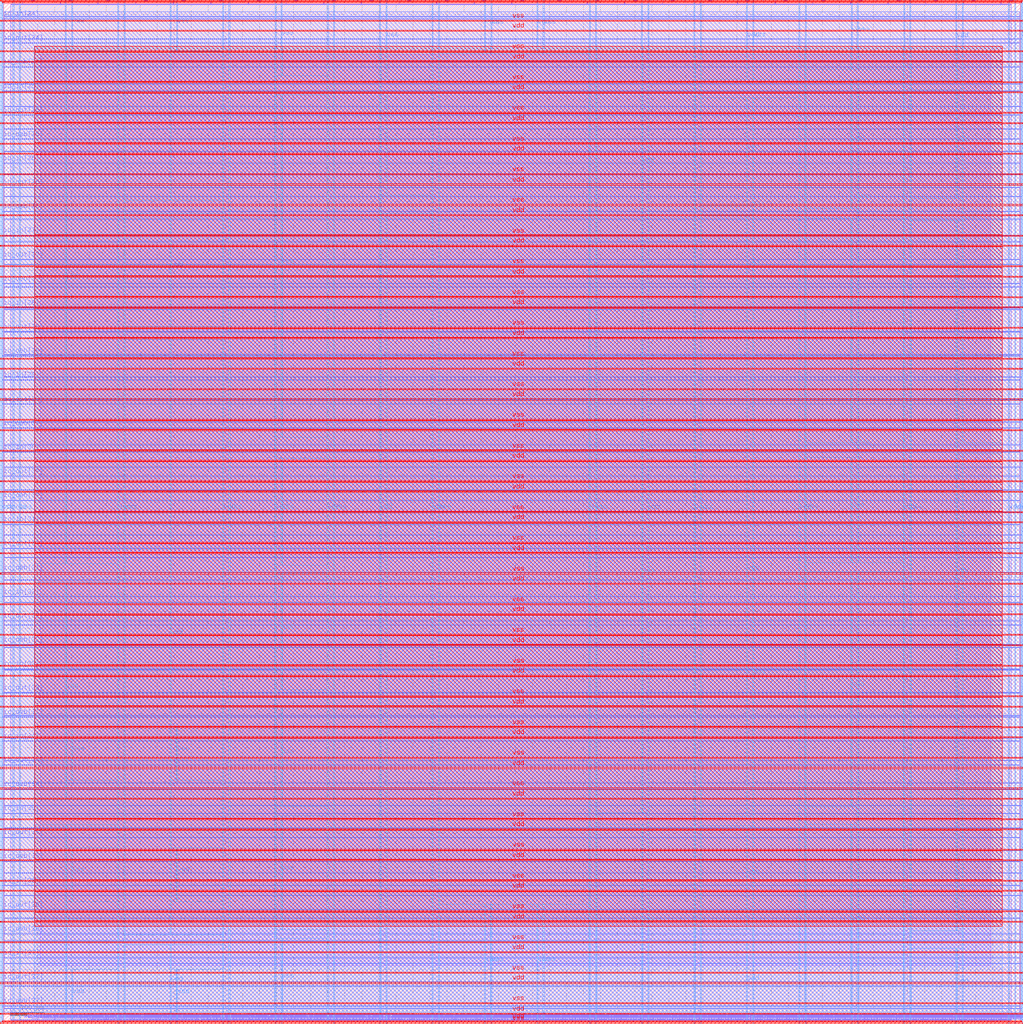
<source format=lef>
VERSION 5.7 ;
  NOWIREEXTENSIONATPIN ON ;
  DIVIDERCHAR "/" ;
  BUSBITCHARS "[]" ;
MACRO user_project_wrapper
  CLASS BLOCK ;
  FOREIGN user_project_wrapper ;
  ORIGIN 0.000 0.000 ;
  SIZE 2980.200 BY 2980.200 ;
  PIN io_in[0]
    DIRECTION INPUT ;
    USE SIGNAL ;
    PORT
      LAYER Metal3 ;
        RECT 2977.800 35.560 2985.000 36.680 ;
    END
  END io_in[0]
  PIN io_in[10]
    DIRECTION INPUT ;
    USE SIGNAL ;
    PORT
      LAYER Metal3 ;
        RECT 2977.800 2017.960 2985.000 2019.080 ;
    END
  END io_in[10]
  PIN io_in[11]
    DIRECTION INPUT ;
    USE SIGNAL ;
    PORT
      LAYER Metal3 ;
        RECT 2977.800 2216.200 2985.000 2217.320 ;
    END
  END io_in[11]
  PIN io_in[12]
    DIRECTION INPUT ;
    USE SIGNAL ;
    PORT
      LAYER Metal3 ;
        RECT 2977.800 2414.440 2985.000 2415.560 ;
    END
  END io_in[12]
  PIN io_in[13]
    DIRECTION INPUT ;
    USE SIGNAL ;
    PORT
      LAYER Metal3 ;
        RECT 2977.800 2612.680 2985.000 2613.800 ;
    END
  END io_in[13]
  PIN io_in[14]
    DIRECTION INPUT ;
    USE SIGNAL ;
    PORT
      LAYER Metal3 ;
        RECT 2977.800 2810.920 2985.000 2812.040 ;
    END
  END io_in[14]
  PIN io_in[15]
    DIRECTION INPUT ;
    USE SIGNAL ;
    PORT
      LAYER Metal2 ;
        RECT 2923.480 2977.800 2924.600 2985.000 ;
    END
  END io_in[15]
  PIN io_in[16]
    DIRECTION INPUT ;
    USE SIGNAL ;
    PORT
      LAYER Metal2 ;
        RECT 2592.520 2977.800 2593.640 2985.000 ;
    END
  END io_in[16]
  PIN io_in[17]
    DIRECTION INPUT ;
    USE SIGNAL ;
    PORT
      LAYER Metal2 ;
        RECT 2261.560 2977.800 2262.680 2985.000 ;
    END
  END io_in[17]
  PIN io_in[18]
    DIRECTION INPUT ;
    USE SIGNAL ;
    PORT
      LAYER Metal2 ;
        RECT 1930.600 2977.800 1931.720 2985.000 ;
    END
  END io_in[18]
  PIN io_in[19]
    DIRECTION INPUT ;
    USE SIGNAL ;
    PORT
      LAYER Metal2 ;
        RECT 1599.640 2977.800 1600.760 2985.000 ;
    END
  END io_in[19]
  PIN io_in[1]
    DIRECTION INPUT ;
    USE SIGNAL ;
    PORT
      LAYER Metal3 ;
        RECT 2977.800 233.800 2985.000 234.920 ;
    END
  END io_in[1]
  PIN io_in[20]
    DIRECTION INPUT ;
    USE SIGNAL ;
    PORT
      LAYER Metal2 ;
        RECT 1268.680 2977.800 1269.800 2985.000 ;
    END
  END io_in[20]
  PIN io_in[21]
    DIRECTION INPUT ;
    USE SIGNAL ;
    PORT
      LAYER Metal2 ;
        RECT 937.720 2977.800 938.840 2985.000 ;
    END
  END io_in[21]
  PIN io_in[22]
    DIRECTION INPUT ;
    USE SIGNAL ;
    PORT
      LAYER Metal2 ;
        RECT 606.760 2977.800 607.880 2985.000 ;
    END
  END io_in[22]
  PIN io_in[23]
    DIRECTION INPUT ;
    USE SIGNAL ;
    PORT
      LAYER Metal2 ;
        RECT 275.800 2977.800 276.920 2985.000 ;
    END
  END io_in[23]
  PIN io_in[24]
    DIRECTION INPUT ;
    USE SIGNAL ;
    PORT
      LAYER Metal3 ;
        RECT -4.800 2935.800 2.400 2936.920 ;
    END
  END io_in[24]
  PIN io_in[25]
    DIRECTION INPUT ;
    USE SIGNAL ;
    PORT
      LAYER Metal3 ;
        RECT -4.800 2724.120 2.400 2725.240 ;
    END
  END io_in[25]
  PIN io_in[26]
    DIRECTION INPUT ;
    USE SIGNAL ;
    PORT
      LAYER Metal3 ;
        RECT -4.800 2512.440 2.400 2513.560 ;
    END
  END io_in[26]
  PIN io_in[27]
    DIRECTION INPUT ;
    USE SIGNAL ;
    PORT
      LAYER Metal3 ;
        RECT -4.800 2300.760 2.400 2301.880 ;
    END
  END io_in[27]
  PIN io_in[28]
    DIRECTION INPUT ;
    USE SIGNAL ;
    PORT
      LAYER Metal3 ;
        RECT -4.800 2089.080 2.400 2090.200 ;
    END
  END io_in[28]
  PIN io_in[29]
    DIRECTION INPUT ;
    USE SIGNAL ;
    PORT
      LAYER Metal3 ;
        RECT -4.800 1877.400 2.400 1878.520 ;
    END
  END io_in[29]
  PIN io_in[2]
    DIRECTION INPUT ;
    USE SIGNAL ;
    PORT
      LAYER Metal3 ;
        RECT 2977.800 432.040 2985.000 433.160 ;
    END
  END io_in[2]
  PIN io_in[30]
    DIRECTION INPUT ;
    USE SIGNAL ;
    PORT
      LAYER Metal3 ;
        RECT -4.800 1665.720 2.400 1666.840 ;
    END
  END io_in[30]
  PIN io_in[31]
    DIRECTION INPUT ;
    USE SIGNAL ;
    PORT
      LAYER Metal3 ;
        RECT -4.800 1454.040 2.400 1455.160 ;
    END
  END io_in[31]
  PIN io_in[32]
    DIRECTION INPUT ;
    USE SIGNAL ;
    PORT
      LAYER Metal3 ;
        RECT -4.800 1242.360 2.400 1243.480 ;
    END
  END io_in[32]
  PIN io_in[33]
    DIRECTION INPUT ;
    USE SIGNAL ;
    PORT
      LAYER Metal3 ;
        RECT -4.800 1030.680 2.400 1031.800 ;
    END
  END io_in[33]
  PIN io_in[34]
    DIRECTION INPUT ;
    USE SIGNAL ;
    PORT
      LAYER Metal3 ;
        RECT -4.800 819.000 2.400 820.120 ;
    END
  END io_in[34]
  PIN io_in[35]
    DIRECTION INPUT ;
    USE SIGNAL ;
    PORT
      LAYER Metal3 ;
        RECT -4.800 607.320 2.400 608.440 ;
    END
  END io_in[35]
  PIN io_in[36]
    DIRECTION INPUT ;
    USE SIGNAL ;
    PORT
      LAYER Metal3 ;
        RECT -4.800 395.640 2.400 396.760 ;
    END
  END io_in[36]
  PIN io_in[37]
    DIRECTION INPUT ;
    USE SIGNAL ;
    PORT
      LAYER Metal3 ;
        RECT -4.800 183.960 2.400 185.080 ;
    END
  END io_in[37]
  PIN io_in[3]
    DIRECTION INPUT ;
    USE SIGNAL ;
    PORT
      LAYER Metal3 ;
        RECT 2977.800 630.280 2985.000 631.400 ;
    END
  END io_in[3]
  PIN io_in[4]
    DIRECTION INPUT ;
    USE SIGNAL ;
    PORT
      LAYER Metal3 ;
        RECT 2977.800 828.520 2985.000 829.640 ;
    END
  END io_in[4]
  PIN io_in[5]
    DIRECTION INPUT ;
    USE SIGNAL ;
    PORT
      LAYER Metal3 ;
        RECT 2977.800 1026.760 2985.000 1027.880 ;
    END
  END io_in[5]
  PIN io_in[6]
    DIRECTION INPUT ;
    USE SIGNAL ;
    PORT
      LAYER Metal3 ;
        RECT 2977.800 1225.000 2985.000 1226.120 ;
    END
  END io_in[6]
  PIN io_in[7]
    DIRECTION INPUT ;
    USE SIGNAL ;
    PORT
      LAYER Metal3 ;
        RECT 2977.800 1423.240 2985.000 1424.360 ;
    END
  END io_in[7]
  PIN io_in[8]
    DIRECTION INPUT ;
    USE SIGNAL ;
    PORT
      LAYER Metal3 ;
        RECT 2977.800 1621.480 2985.000 1622.600 ;
    END
  END io_in[8]
  PIN io_in[9]
    DIRECTION INPUT ;
    USE SIGNAL ;
    PORT
      LAYER Metal3 ;
        RECT 2977.800 1819.720 2985.000 1820.840 ;
    END
  END io_in[9]
  PIN io_oeb[0]
    DIRECTION OUTPUT TRISTATE ;
    USE SIGNAL ;
    PORT
      LAYER Metal3 ;
        RECT 2977.800 167.720 2985.000 168.840 ;
    END
  END io_oeb[0]
  PIN io_oeb[10]
    DIRECTION OUTPUT TRISTATE ;
    USE SIGNAL ;
    PORT
      LAYER Metal3 ;
        RECT 2977.800 2150.120 2985.000 2151.240 ;
    END
  END io_oeb[10]
  PIN io_oeb[11]
    DIRECTION OUTPUT TRISTATE ;
    USE SIGNAL ;
    PORT
      LAYER Metal3 ;
        RECT 2977.800 2348.360 2985.000 2349.480 ;
    END
  END io_oeb[11]
  PIN io_oeb[12]
    DIRECTION OUTPUT TRISTATE ;
    USE SIGNAL ;
    PORT
      LAYER Metal3 ;
        RECT 2977.800 2546.600 2985.000 2547.720 ;
    END
  END io_oeb[12]
  PIN io_oeb[13]
    DIRECTION OUTPUT TRISTATE ;
    USE SIGNAL ;
    PORT
      LAYER Metal3 ;
        RECT 2977.800 2744.840 2985.000 2745.960 ;
    END
  END io_oeb[13]
  PIN io_oeb[14]
    DIRECTION OUTPUT TRISTATE ;
    USE SIGNAL ;
    PORT
      LAYER Metal3 ;
        RECT 2977.800 2943.080 2985.000 2944.200 ;
    END
  END io_oeb[14]
  PIN io_oeb[15]
    DIRECTION OUTPUT TRISTATE ;
    USE SIGNAL ;
    PORT
      LAYER Metal2 ;
        RECT 2702.840 2977.800 2703.960 2985.000 ;
    END
  END io_oeb[15]
  PIN io_oeb[16]
    DIRECTION OUTPUT TRISTATE ;
    USE SIGNAL ;
    PORT
      LAYER Metal2 ;
        RECT 2371.880 2977.800 2373.000 2985.000 ;
    END
  END io_oeb[16]
  PIN io_oeb[17]
    DIRECTION OUTPUT TRISTATE ;
    USE SIGNAL ;
    PORT
      LAYER Metal2 ;
        RECT 2040.920 2977.800 2042.040 2985.000 ;
    END
  END io_oeb[17]
  PIN io_oeb[18]
    DIRECTION OUTPUT TRISTATE ;
    USE SIGNAL ;
    PORT
      LAYER Metal2 ;
        RECT 1709.960 2977.800 1711.080 2985.000 ;
    END
  END io_oeb[18]
  PIN io_oeb[19]
    DIRECTION OUTPUT TRISTATE ;
    USE SIGNAL ;
    PORT
      LAYER Metal2 ;
        RECT 1379.000 2977.800 1380.120 2985.000 ;
    END
  END io_oeb[19]
  PIN io_oeb[1]
    DIRECTION OUTPUT TRISTATE ;
    USE SIGNAL ;
    PORT
      LAYER Metal3 ;
        RECT 2977.800 365.960 2985.000 367.080 ;
    END
  END io_oeb[1]
  PIN io_oeb[20]
    DIRECTION OUTPUT TRISTATE ;
    USE SIGNAL ;
    PORT
      LAYER Metal2 ;
        RECT 1048.040 2977.800 1049.160 2985.000 ;
    END
  END io_oeb[20]
  PIN io_oeb[21]
    DIRECTION OUTPUT TRISTATE ;
    USE SIGNAL ;
    PORT
      LAYER Metal2 ;
        RECT 717.080 2977.800 718.200 2985.000 ;
    END
  END io_oeb[21]
  PIN io_oeb[22]
    DIRECTION OUTPUT TRISTATE ;
    USE SIGNAL ;
    PORT
      LAYER Metal2 ;
        RECT 386.120 2977.800 387.240 2985.000 ;
    END
  END io_oeb[22]
  PIN io_oeb[23]
    DIRECTION OUTPUT TRISTATE ;
    USE SIGNAL ;
    PORT
      LAYER Metal2 ;
        RECT 55.160 2977.800 56.280 2985.000 ;
    END
  END io_oeb[23]
  PIN io_oeb[24]
    DIRECTION OUTPUT TRISTATE ;
    USE SIGNAL ;
    PORT
      LAYER Metal3 ;
        RECT -4.800 2794.680 2.400 2795.800 ;
    END
  END io_oeb[24]
  PIN io_oeb[25]
    DIRECTION OUTPUT TRISTATE ;
    USE SIGNAL ;
    PORT
      LAYER Metal3 ;
        RECT -4.800 2583.000 2.400 2584.120 ;
    END
  END io_oeb[25]
  PIN io_oeb[26]
    DIRECTION OUTPUT TRISTATE ;
    USE SIGNAL ;
    PORT
      LAYER Metal3 ;
        RECT -4.800 2371.320 2.400 2372.440 ;
    END
  END io_oeb[26]
  PIN io_oeb[27]
    DIRECTION OUTPUT TRISTATE ;
    USE SIGNAL ;
    PORT
      LAYER Metal3 ;
        RECT -4.800 2159.640 2.400 2160.760 ;
    END
  END io_oeb[27]
  PIN io_oeb[28]
    DIRECTION OUTPUT TRISTATE ;
    USE SIGNAL ;
    PORT
      LAYER Metal3 ;
        RECT -4.800 1947.960 2.400 1949.080 ;
    END
  END io_oeb[28]
  PIN io_oeb[29]
    DIRECTION OUTPUT TRISTATE ;
    USE SIGNAL ;
    PORT
      LAYER Metal3 ;
        RECT -4.800 1736.280 2.400 1737.400 ;
    END
  END io_oeb[29]
  PIN io_oeb[2]
    DIRECTION OUTPUT TRISTATE ;
    USE SIGNAL ;
    PORT
      LAYER Metal3 ;
        RECT 2977.800 564.200 2985.000 565.320 ;
    END
  END io_oeb[2]
  PIN io_oeb[30]
    DIRECTION OUTPUT TRISTATE ;
    USE SIGNAL ;
    PORT
      LAYER Metal3 ;
        RECT -4.800 1524.600 2.400 1525.720 ;
    END
  END io_oeb[30]
  PIN io_oeb[31]
    DIRECTION OUTPUT TRISTATE ;
    USE SIGNAL ;
    PORT
      LAYER Metal3 ;
        RECT -4.800 1312.920 2.400 1314.040 ;
    END
  END io_oeb[31]
  PIN io_oeb[32]
    DIRECTION OUTPUT TRISTATE ;
    USE SIGNAL ;
    PORT
      LAYER Metal3 ;
        RECT -4.800 1101.240 2.400 1102.360 ;
    END
  END io_oeb[32]
  PIN io_oeb[33]
    DIRECTION OUTPUT TRISTATE ;
    USE SIGNAL ;
    PORT
      LAYER Metal3 ;
        RECT -4.800 889.560 2.400 890.680 ;
    END
  END io_oeb[33]
  PIN io_oeb[34]
    DIRECTION OUTPUT TRISTATE ;
    USE SIGNAL ;
    PORT
      LAYER Metal3 ;
        RECT -4.800 677.880 2.400 679.000 ;
    END
  END io_oeb[34]
  PIN io_oeb[35]
    DIRECTION OUTPUT TRISTATE ;
    USE SIGNAL ;
    PORT
      LAYER Metal3 ;
        RECT -4.800 466.200 2.400 467.320 ;
    END
  END io_oeb[35]
  PIN io_oeb[36]
    DIRECTION OUTPUT TRISTATE ;
    USE SIGNAL ;
    PORT
      LAYER Metal3 ;
        RECT -4.800 254.520 2.400 255.640 ;
    END
  END io_oeb[36]
  PIN io_oeb[37]
    DIRECTION OUTPUT TRISTATE ;
    USE SIGNAL ;
    PORT
      LAYER Metal3 ;
        RECT -4.800 42.840 2.400 43.960 ;
    END
  END io_oeb[37]
  PIN io_oeb[3]
    DIRECTION OUTPUT TRISTATE ;
    USE SIGNAL ;
    PORT
      LAYER Metal3 ;
        RECT 2977.800 762.440 2985.000 763.560 ;
    END
  END io_oeb[3]
  PIN io_oeb[4]
    DIRECTION OUTPUT TRISTATE ;
    USE SIGNAL ;
    PORT
      LAYER Metal3 ;
        RECT 2977.800 960.680 2985.000 961.800 ;
    END
  END io_oeb[4]
  PIN io_oeb[5]
    DIRECTION OUTPUT TRISTATE ;
    USE SIGNAL ;
    PORT
      LAYER Metal3 ;
        RECT 2977.800 1158.920 2985.000 1160.040 ;
    END
  END io_oeb[5]
  PIN io_oeb[6]
    DIRECTION OUTPUT TRISTATE ;
    USE SIGNAL ;
    PORT
      LAYER Metal3 ;
        RECT 2977.800 1357.160 2985.000 1358.280 ;
    END
  END io_oeb[6]
  PIN io_oeb[7]
    DIRECTION OUTPUT TRISTATE ;
    USE SIGNAL ;
    PORT
      LAYER Metal3 ;
        RECT 2977.800 1555.400 2985.000 1556.520 ;
    END
  END io_oeb[7]
  PIN io_oeb[8]
    DIRECTION OUTPUT TRISTATE ;
    USE SIGNAL ;
    PORT
      LAYER Metal3 ;
        RECT 2977.800 1753.640 2985.000 1754.760 ;
    END
  END io_oeb[8]
  PIN io_oeb[9]
    DIRECTION OUTPUT TRISTATE ;
    USE SIGNAL ;
    PORT
      LAYER Metal3 ;
        RECT 2977.800 1951.880 2985.000 1953.000 ;
    END
  END io_oeb[9]
  PIN io_out[0]
    DIRECTION OUTPUT TRISTATE ;
    USE SIGNAL ;
    PORT
      LAYER Metal3 ;
        RECT 2977.800 101.640 2985.000 102.760 ;
    END
  END io_out[0]
  PIN io_out[10]
    DIRECTION OUTPUT TRISTATE ;
    USE SIGNAL ;
    PORT
      LAYER Metal3 ;
        RECT 2977.800 2084.040 2985.000 2085.160 ;
    END
  END io_out[10]
  PIN io_out[11]
    DIRECTION OUTPUT TRISTATE ;
    USE SIGNAL ;
    PORT
      LAYER Metal3 ;
        RECT 2977.800 2282.280 2985.000 2283.400 ;
    END
  END io_out[11]
  PIN io_out[12]
    DIRECTION OUTPUT TRISTATE ;
    USE SIGNAL ;
    PORT
      LAYER Metal3 ;
        RECT 2977.800 2480.520 2985.000 2481.640 ;
    END
  END io_out[12]
  PIN io_out[13]
    DIRECTION OUTPUT TRISTATE ;
    USE SIGNAL ;
    PORT
      LAYER Metal3 ;
        RECT 2977.800 2678.760 2985.000 2679.880 ;
    END
  END io_out[13]
  PIN io_out[14]
    DIRECTION OUTPUT TRISTATE ;
    USE SIGNAL ;
    PORT
      LAYER Metal3 ;
        RECT 2977.800 2877.000 2985.000 2878.120 ;
    END
  END io_out[14]
  PIN io_out[15]
    DIRECTION OUTPUT TRISTATE ;
    USE SIGNAL ;
    PORT
      LAYER Metal2 ;
        RECT 2813.160 2977.800 2814.280 2985.000 ;
    END
  END io_out[15]
  PIN io_out[16]
    DIRECTION OUTPUT TRISTATE ;
    USE SIGNAL ;
    PORT
      LAYER Metal2 ;
        RECT 2482.200 2977.800 2483.320 2985.000 ;
    END
  END io_out[16]
  PIN io_out[17]
    DIRECTION OUTPUT TRISTATE ;
    USE SIGNAL ;
    PORT
      LAYER Metal2 ;
        RECT 2151.240 2977.800 2152.360 2985.000 ;
    END
  END io_out[17]
  PIN io_out[18]
    DIRECTION OUTPUT TRISTATE ;
    USE SIGNAL ;
    PORT
      LAYER Metal2 ;
        RECT 1820.280 2977.800 1821.400 2985.000 ;
    END
  END io_out[18]
  PIN io_out[19]
    DIRECTION OUTPUT TRISTATE ;
    USE SIGNAL ;
    PORT
      LAYER Metal2 ;
        RECT 1489.320 2977.800 1490.440 2985.000 ;
    END
  END io_out[19]
  PIN io_out[1]
    DIRECTION OUTPUT TRISTATE ;
    USE SIGNAL ;
    PORT
      LAYER Metal3 ;
        RECT 2977.800 299.880 2985.000 301.000 ;
    END
  END io_out[1]
  PIN io_out[20]
    DIRECTION OUTPUT TRISTATE ;
    USE SIGNAL ;
    PORT
      LAYER Metal2 ;
        RECT 1158.360 2977.800 1159.480 2985.000 ;
    END
  END io_out[20]
  PIN io_out[21]
    DIRECTION OUTPUT TRISTATE ;
    USE SIGNAL ;
    PORT
      LAYER Metal2 ;
        RECT 827.400 2977.800 828.520 2985.000 ;
    END
  END io_out[21]
  PIN io_out[22]
    DIRECTION OUTPUT TRISTATE ;
    USE SIGNAL ;
    PORT
      LAYER Metal2 ;
        RECT 496.440 2977.800 497.560 2985.000 ;
    END
  END io_out[22]
  PIN io_out[23]
    DIRECTION OUTPUT TRISTATE ;
    USE SIGNAL ;
    PORT
      LAYER Metal2 ;
        RECT 165.480 2977.800 166.600 2985.000 ;
    END
  END io_out[23]
  PIN io_out[24]
    DIRECTION OUTPUT TRISTATE ;
    USE SIGNAL ;
    PORT
      LAYER Metal3 ;
        RECT -4.800 2865.240 2.400 2866.360 ;
    END
  END io_out[24]
  PIN io_out[25]
    DIRECTION OUTPUT TRISTATE ;
    USE SIGNAL ;
    PORT
      LAYER Metal3 ;
        RECT -4.800 2653.560 2.400 2654.680 ;
    END
  END io_out[25]
  PIN io_out[26]
    DIRECTION OUTPUT TRISTATE ;
    USE SIGNAL ;
    PORT
      LAYER Metal3 ;
        RECT -4.800 2441.880 2.400 2443.000 ;
    END
  END io_out[26]
  PIN io_out[27]
    DIRECTION OUTPUT TRISTATE ;
    USE SIGNAL ;
    PORT
      LAYER Metal3 ;
        RECT -4.800 2230.200 2.400 2231.320 ;
    END
  END io_out[27]
  PIN io_out[28]
    DIRECTION OUTPUT TRISTATE ;
    USE SIGNAL ;
    PORT
      LAYER Metal3 ;
        RECT -4.800 2018.520 2.400 2019.640 ;
    END
  END io_out[28]
  PIN io_out[29]
    DIRECTION OUTPUT TRISTATE ;
    USE SIGNAL ;
    PORT
      LAYER Metal3 ;
        RECT -4.800 1806.840 2.400 1807.960 ;
    END
  END io_out[29]
  PIN io_out[2]
    DIRECTION OUTPUT TRISTATE ;
    USE SIGNAL ;
    PORT
      LAYER Metal3 ;
        RECT 2977.800 498.120 2985.000 499.240 ;
    END
  END io_out[2]
  PIN io_out[30]
    DIRECTION OUTPUT TRISTATE ;
    USE SIGNAL ;
    PORT
      LAYER Metal3 ;
        RECT -4.800 1595.160 2.400 1596.280 ;
    END
  END io_out[30]
  PIN io_out[31]
    DIRECTION OUTPUT TRISTATE ;
    USE SIGNAL ;
    PORT
      LAYER Metal3 ;
        RECT -4.800 1383.480 2.400 1384.600 ;
    END
  END io_out[31]
  PIN io_out[32]
    DIRECTION OUTPUT TRISTATE ;
    USE SIGNAL ;
    PORT
      LAYER Metal3 ;
        RECT -4.800 1171.800 2.400 1172.920 ;
    END
  END io_out[32]
  PIN io_out[33]
    DIRECTION OUTPUT TRISTATE ;
    USE SIGNAL ;
    PORT
      LAYER Metal3 ;
        RECT -4.800 960.120 2.400 961.240 ;
    END
  END io_out[33]
  PIN io_out[34]
    DIRECTION OUTPUT TRISTATE ;
    USE SIGNAL ;
    PORT
      LAYER Metal3 ;
        RECT -4.800 748.440 2.400 749.560 ;
    END
  END io_out[34]
  PIN io_out[35]
    DIRECTION OUTPUT TRISTATE ;
    USE SIGNAL ;
    PORT
      LAYER Metal3 ;
        RECT -4.800 536.760 2.400 537.880 ;
    END
  END io_out[35]
  PIN io_out[36]
    DIRECTION OUTPUT TRISTATE ;
    USE SIGNAL ;
    PORT
      LAYER Metal3 ;
        RECT -4.800 325.080 2.400 326.200 ;
    END
  END io_out[36]
  PIN io_out[37]
    DIRECTION OUTPUT TRISTATE ;
    USE SIGNAL ;
    PORT
      LAYER Metal3 ;
        RECT -4.800 113.400 2.400 114.520 ;
    END
  END io_out[37]
  PIN io_out[3]
    DIRECTION OUTPUT TRISTATE ;
    USE SIGNAL ;
    PORT
      LAYER Metal3 ;
        RECT 2977.800 696.360 2985.000 697.480 ;
    END
  END io_out[3]
  PIN io_out[4]
    DIRECTION OUTPUT TRISTATE ;
    USE SIGNAL ;
    PORT
      LAYER Metal3 ;
        RECT 2977.800 894.600 2985.000 895.720 ;
    END
  END io_out[4]
  PIN io_out[5]
    DIRECTION OUTPUT TRISTATE ;
    USE SIGNAL ;
    PORT
      LAYER Metal3 ;
        RECT 2977.800 1092.840 2985.000 1093.960 ;
    END
  END io_out[5]
  PIN io_out[6]
    DIRECTION OUTPUT TRISTATE ;
    USE SIGNAL ;
    PORT
      LAYER Metal3 ;
        RECT 2977.800 1291.080 2985.000 1292.200 ;
    END
  END io_out[6]
  PIN io_out[7]
    DIRECTION OUTPUT TRISTATE ;
    USE SIGNAL ;
    PORT
      LAYER Metal3 ;
        RECT 2977.800 1489.320 2985.000 1490.440 ;
    END
  END io_out[7]
  PIN io_out[8]
    DIRECTION OUTPUT TRISTATE ;
    USE SIGNAL ;
    PORT
      LAYER Metal3 ;
        RECT 2977.800 1687.560 2985.000 1688.680 ;
    END
  END io_out[8]
  PIN io_out[9]
    DIRECTION OUTPUT TRISTATE ;
    USE SIGNAL ;
    PORT
      LAYER Metal3 ;
        RECT 2977.800 1885.800 2985.000 1886.920 ;
    END
  END io_out[9]
  PIN la_data_in[0]
    DIRECTION INPUT ;
    USE SIGNAL ;
    PORT
      LAYER Metal2 ;
        RECT 1065.960 -4.800 1067.080 2.400 ;
    END
  END la_data_in[0]
  PIN la_data_in[10]
    DIRECTION INPUT ;
    USE SIGNAL ;
    PORT
      LAYER Metal2 ;
        RECT 1351.560 -4.800 1352.680 2.400 ;
    END
  END la_data_in[10]
  PIN la_data_in[11]
    DIRECTION INPUT ;
    USE SIGNAL ;
    PORT
      LAYER Metal2 ;
        RECT 1380.120 -4.800 1381.240 2.400 ;
    END
  END la_data_in[11]
  PIN la_data_in[12]
    DIRECTION INPUT ;
    USE SIGNAL ;
    PORT
      LAYER Metal2 ;
        RECT 1408.680 -4.800 1409.800 2.400 ;
    END
  END la_data_in[12]
  PIN la_data_in[13]
    DIRECTION INPUT ;
    USE SIGNAL ;
    PORT
      LAYER Metal2 ;
        RECT 1437.240 -4.800 1438.360 2.400 ;
    END
  END la_data_in[13]
  PIN la_data_in[14]
    DIRECTION INPUT ;
    USE SIGNAL ;
    PORT
      LAYER Metal2 ;
        RECT 1465.800 -4.800 1466.920 2.400 ;
    END
  END la_data_in[14]
  PIN la_data_in[15]
    DIRECTION INPUT ;
    USE SIGNAL ;
    PORT
      LAYER Metal2 ;
        RECT 1494.360 -4.800 1495.480 2.400 ;
    END
  END la_data_in[15]
  PIN la_data_in[16]
    DIRECTION INPUT ;
    USE SIGNAL ;
    PORT
      LAYER Metal2 ;
        RECT 1522.920 -4.800 1524.040 2.400 ;
    END
  END la_data_in[16]
  PIN la_data_in[17]
    DIRECTION INPUT ;
    USE SIGNAL ;
    PORT
      LAYER Metal2 ;
        RECT 1551.480 -4.800 1552.600 2.400 ;
    END
  END la_data_in[17]
  PIN la_data_in[18]
    DIRECTION INPUT ;
    USE SIGNAL ;
    PORT
      LAYER Metal2 ;
        RECT 1580.040 -4.800 1581.160 2.400 ;
    END
  END la_data_in[18]
  PIN la_data_in[19]
    DIRECTION INPUT ;
    USE SIGNAL ;
    PORT
      LAYER Metal2 ;
        RECT 1608.600 -4.800 1609.720 2.400 ;
    END
  END la_data_in[19]
  PIN la_data_in[1]
    DIRECTION INPUT ;
    USE SIGNAL ;
    PORT
      LAYER Metal2 ;
        RECT 1094.520 -4.800 1095.640 2.400 ;
    END
  END la_data_in[1]
  PIN la_data_in[20]
    DIRECTION INPUT ;
    USE SIGNAL ;
    PORT
      LAYER Metal2 ;
        RECT 1637.160 -4.800 1638.280 2.400 ;
    END
  END la_data_in[20]
  PIN la_data_in[21]
    DIRECTION INPUT ;
    USE SIGNAL ;
    PORT
      LAYER Metal2 ;
        RECT 1665.720 -4.800 1666.840 2.400 ;
    END
  END la_data_in[21]
  PIN la_data_in[22]
    DIRECTION INPUT ;
    USE SIGNAL ;
    PORT
      LAYER Metal2 ;
        RECT 1694.280 -4.800 1695.400 2.400 ;
    END
  END la_data_in[22]
  PIN la_data_in[23]
    DIRECTION INPUT ;
    USE SIGNAL ;
    PORT
      LAYER Metal2 ;
        RECT 1722.840 -4.800 1723.960 2.400 ;
    END
  END la_data_in[23]
  PIN la_data_in[24]
    DIRECTION INPUT ;
    USE SIGNAL ;
    PORT
      LAYER Metal2 ;
        RECT 1751.400 -4.800 1752.520 2.400 ;
    END
  END la_data_in[24]
  PIN la_data_in[25]
    DIRECTION INPUT ;
    USE SIGNAL ;
    PORT
      LAYER Metal2 ;
        RECT 1779.960 -4.800 1781.080 2.400 ;
    END
  END la_data_in[25]
  PIN la_data_in[26]
    DIRECTION INPUT ;
    USE SIGNAL ;
    PORT
      LAYER Metal2 ;
        RECT 1808.520 -4.800 1809.640 2.400 ;
    END
  END la_data_in[26]
  PIN la_data_in[27]
    DIRECTION INPUT ;
    USE SIGNAL ;
    PORT
      LAYER Metal2 ;
        RECT 1837.080 -4.800 1838.200 2.400 ;
    END
  END la_data_in[27]
  PIN la_data_in[28]
    DIRECTION INPUT ;
    USE SIGNAL ;
    PORT
      LAYER Metal2 ;
        RECT 1865.640 -4.800 1866.760 2.400 ;
    END
  END la_data_in[28]
  PIN la_data_in[29]
    DIRECTION INPUT ;
    USE SIGNAL ;
    PORT
      LAYER Metal2 ;
        RECT 1894.200 -4.800 1895.320 2.400 ;
    END
  END la_data_in[29]
  PIN la_data_in[2]
    DIRECTION INPUT ;
    USE SIGNAL ;
    PORT
      LAYER Metal2 ;
        RECT 1123.080 -4.800 1124.200 2.400 ;
    END
  END la_data_in[2]
  PIN la_data_in[30]
    DIRECTION INPUT ;
    USE SIGNAL ;
    PORT
      LAYER Metal2 ;
        RECT 1922.760 -4.800 1923.880 2.400 ;
    END
  END la_data_in[30]
  PIN la_data_in[31]
    DIRECTION INPUT ;
    USE SIGNAL ;
    PORT
      LAYER Metal2 ;
        RECT 1951.320 -4.800 1952.440 2.400 ;
    END
  END la_data_in[31]
  PIN la_data_in[32]
    DIRECTION INPUT ;
    USE SIGNAL ;
    PORT
      LAYER Metal2 ;
        RECT 1979.880 -4.800 1981.000 2.400 ;
    END
  END la_data_in[32]
  PIN la_data_in[33]
    DIRECTION INPUT ;
    USE SIGNAL ;
    PORT
      LAYER Metal2 ;
        RECT 2008.440 -4.800 2009.560 2.400 ;
    END
  END la_data_in[33]
  PIN la_data_in[34]
    DIRECTION INPUT ;
    USE SIGNAL ;
    PORT
      LAYER Metal2 ;
        RECT 2037.000 -4.800 2038.120 2.400 ;
    END
  END la_data_in[34]
  PIN la_data_in[35]
    DIRECTION INPUT ;
    USE SIGNAL ;
    PORT
      LAYER Metal2 ;
        RECT 2065.560 -4.800 2066.680 2.400 ;
    END
  END la_data_in[35]
  PIN la_data_in[36]
    DIRECTION INPUT ;
    USE SIGNAL ;
    PORT
      LAYER Metal2 ;
        RECT 2094.120 -4.800 2095.240 2.400 ;
    END
  END la_data_in[36]
  PIN la_data_in[37]
    DIRECTION INPUT ;
    USE SIGNAL ;
    PORT
      LAYER Metal2 ;
        RECT 2122.680 -4.800 2123.800 2.400 ;
    END
  END la_data_in[37]
  PIN la_data_in[38]
    DIRECTION INPUT ;
    USE SIGNAL ;
    PORT
      LAYER Metal2 ;
        RECT 2151.240 -4.800 2152.360 2.400 ;
    END
  END la_data_in[38]
  PIN la_data_in[39]
    DIRECTION INPUT ;
    USE SIGNAL ;
    PORT
      LAYER Metal2 ;
        RECT 2179.800 -4.800 2180.920 2.400 ;
    END
  END la_data_in[39]
  PIN la_data_in[3]
    DIRECTION INPUT ;
    USE SIGNAL ;
    PORT
      LAYER Metal2 ;
        RECT 1151.640 -4.800 1152.760 2.400 ;
    END
  END la_data_in[3]
  PIN la_data_in[40]
    DIRECTION INPUT ;
    USE SIGNAL ;
    PORT
      LAYER Metal2 ;
        RECT 2208.360 -4.800 2209.480 2.400 ;
    END
  END la_data_in[40]
  PIN la_data_in[41]
    DIRECTION INPUT ;
    USE SIGNAL ;
    PORT
      LAYER Metal2 ;
        RECT 2236.920 -4.800 2238.040 2.400 ;
    END
  END la_data_in[41]
  PIN la_data_in[42]
    DIRECTION INPUT ;
    USE SIGNAL ;
    PORT
      LAYER Metal2 ;
        RECT 2265.480 -4.800 2266.600 2.400 ;
    END
  END la_data_in[42]
  PIN la_data_in[43]
    DIRECTION INPUT ;
    USE SIGNAL ;
    PORT
      LAYER Metal2 ;
        RECT 2294.040 -4.800 2295.160 2.400 ;
    END
  END la_data_in[43]
  PIN la_data_in[44]
    DIRECTION INPUT ;
    USE SIGNAL ;
    PORT
      LAYER Metal2 ;
        RECT 2322.600 -4.800 2323.720 2.400 ;
    END
  END la_data_in[44]
  PIN la_data_in[45]
    DIRECTION INPUT ;
    USE SIGNAL ;
    PORT
      LAYER Metal2 ;
        RECT 2351.160 -4.800 2352.280 2.400 ;
    END
  END la_data_in[45]
  PIN la_data_in[46]
    DIRECTION INPUT ;
    USE SIGNAL ;
    PORT
      LAYER Metal2 ;
        RECT 2379.720 -4.800 2380.840 2.400 ;
    END
  END la_data_in[46]
  PIN la_data_in[47]
    DIRECTION INPUT ;
    USE SIGNAL ;
    PORT
      LAYER Metal2 ;
        RECT 2408.280 -4.800 2409.400 2.400 ;
    END
  END la_data_in[47]
  PIN la_data_in[48]
    DIRECTION INPUT ;
    USE SIGNAL ;
    PORT
      LAYER Metal2 ;
        RECT 2436.840 -4.800 2437.960 2.400 ;
    END
  END la_data_in[48]
  PIN la_data_in[49]
    DIRECTION INPUT ;
    USE SIGNAL ;
    PORT
      LAYER Metal2 ;
        RECT 2465.400 -4.800 2466.520 2.400 ;
    END
  END la_data_in[49]
  PIN la_data_in[4]
    DIRECTION INPUT ;
    USE SIGNAL ;
    PORT
      LAYER Metal2 ;
        RECT 1180.200 -4.800 1181.320 2.400 ;
    END
  END la_data_in[4]
  PIN la_data_in[50]
    DIRECTION INPUT ;
    USE SIGNAL ;
    PORT
      LAYER Metal2 ;
        RECT 2493.960 -4.800 2495.080 2.400 ;
    END
  END la_data_in[50]
  PIN la_data_in[51]
    DIRECTION INPUT ;
    USE SIGNAL ;
    PORT
      LAYER Metal2 ;
        RECT 2522.520 -4.800 2523.640 2.400 ;
    END
  END la_data_in[51]
  PIN la_data_in[52]
    DIRECTION INPUT ;
    USE SIGNAL ;
    PORT
      LAYER Metal2 ;
        RECT 2551.080 -4.800 2552.200 2.400 ;
    END
  END la_data_in[52]
  PIN la_data_in[53]
    DIRECTION INPUT ;
    USE SIGNAL ;
    PORT
      LAYER Metal2 ;
        RECT 2579.640 -4.800 2580.760 2.400 ;
    END
  END la_data_in[53]
  PIN la_data_in[54]
    DIRECTION INPUT ;
    USE SIGNAL ;
    PORT
      LAYER Metal2 ;
        RECT 2608.200 -4.800 2609.320 2.400 ;
    END
  END la_data_in[54]
  PIN la_data_in[55]
    DIRECTION INPUT ;
    USE SIGNAL ;
    PORT
      LAYER Metal2 ;
        RECT 2636.760 -4.800 2637.880 2.400 ;
    END
  END la_data_in[55]
  PIN la_data_in[56]
    DIRECTION INPUT ;
    USE SIGNAL ;
    PORT
      LAYER Metal2 ;
        RECT 2665.320 -4.800 2666.440 2.400 ;
    END
  END la_data_in[56]
  PIN la_data_in[57]
    DIRECTION INPUT ;
    USE SIGNAL ;
    PORT
      LAYER Metal2 ;
        RECT 2693.880 -4.800 2695.000 2.400 ;
    END
  END la_data_in[57]
  PIN la_data_in[58]
    DIRECTION INPUT ;
    USE SIGNAL ;
    PORT
      LAYER Metal2 ;
        RECT 2722.440 -4.800 2723.560 2.400 ;
    END
  END la_data_in[58]
  PIN la_data_in[59]
    DIRECTION INPUT ;
    USE SIGNAL ;
    PORT
      LAYER Metal2 ;
        RECT 2751.000 -4.800 2752.120 2.400 ;
    END
  END la_data_in[59]
  PIN la_data_in[5]
    DIRECTION INPUT ;
    USE SIGNAL ;
    PORT
      LAYER Metal2 ;
        RECT 1208.760 -4.800 1209.880 2.400 ;
    END
  END la_data_in[5]
  PIN la_data_in[60]
    DIRECTION INPUT ;
    USE SIGNAL ;
    PORT
      LAYER Metal2 ;
        RECT 2779.560 -4.800 2780.680 2.400 ;
    END
  END la_data_in[60]
  PIN la_data_in[61]
    DIRECTION INPUT ;
    USE SIGNAL ;
    PORT
      LAYER Metal2 ;
        RECT 2808.120 -4.800 2809.240 2.400 ;
    END
  END la_data_in[61]
  PIN la_data_in[62]
    DIRECTION INPUT ;
    USE SIGNAL ;
    PORT
      LAYER Metal2 ;
        RECT 2836.680 -4.800 2837.800 2.400 ;
    END
  END la_data_in[62]
  PIN la_data_in[63]
    DIRECTION INPUT ;
    USE SIGNAL ;
    PORT
      LAYER Metal2 ;
        RECT 2865.240 -4.800 2866.360 2.400 ;
    END
  END la_data_in[63]
  PIN la_data_in[6]
    DIRECTION INPUT ;
    USE SIGNAL ;
    PORT
      LAYER Metal2 ;
        RECT 1237.320 -4.800 1238.440 2.400 ;
    END
  END la_data_in[6]
  PIN la_data_in[7]
    DIRECTION INPUT ;
    USE SIGNAL ;
    PORT
      LAYER Metal2 ;
        RECT 1265.880 -4.800 1267.000 2.400 ;
    END
  END la_data_in[7]
  PIN la_data_in[8]
    DIRECTION INPUT ;
    USE SIGNAL ;
    PORT
      LAYER Metal2 ;
        RECT 1294.440 -4.800 1295.560 2.400 ;
    END
  END la_data_in[8]
  PIN la_data_in[9]
    DIRECTION INPUT ;
    USE SIGNAL ;
    PORT
      LAYER Metal2 ;
        RECT 1323.000 -4.800 1324.120 2.400 ;
    END
  END la_data_in[9]
  PIN la_data_out[0]
    DIRECTION OUTPUT TRISTATE ;
    USE SIGNAL ;
    PORT
      LAYER Metal2 ;
        RECT 1075.480 -4.800 1076.600 2.400 ;
    END
  END la_data_out[0]
  PIN la_data_out[10]
    DIRECTION OUTPUT TRISTATE ;
    USE SIGNAL ;
    PORT
      LAYER Metal2 ;
        RECT 1361.080 -4.800 1362.200 2.400 ;
    END
  END la_data_out[10]
  PIN la_data_out[11]
    DIRECTION OUTPUT TRISTATE ;
    USE SIGNAL ;
    PORT
      LAYER Metal2 ;
        RECT 1389.640 -4.800 1390.760 2.400 ;
    END
  END la_data_out[11]
  PIN la_data_out[12]
    DIRECTION OUTPUT TRISTATE ;
    USE SIGNAL ;
    PORT
      LAYER Metal2 ;
        RECT 1418.200 -4.800 1419.320 2.400 ;
    END
  END la_data_out[12]
  PIN la_data_out[13]
    DIRECTION OUTPUT TRISTATE ;
    USE SIGNAL ;
    PORT
      LAYER Metal2 ;
        RECT 1446.760 -4.800 1447.880 2.400 ;
    END
  END la_data_out[13]
  PIN la_data_out[14]
    DIRECTION OUTPUT TRISTATE ;
    USE SIGNAL ;
    PORT
      LAYER Metal2 ;
        RECT 1475.320 -4.800 1476.440 2.400 ;
    END
  END la_data_out[14]
  PIN la_data_out[15]
    DIRECTION OUTPUT TRISTATE ;
    USE SIGNAL ;
    PORT
      LAYER Metal2 ;
        RECT 1503.880 -4.800 1505.000 2.400 ;
    END
  END la_data_out[15]
  PIN la_data_out[16]
    DIRECTION OUTPUT TRISTATE ;
    USE SIGNAL ;
    PORT
      LAYER Metal2 ;
        RECT 1532.440 -4.800 1533.560 2.400 ;
    END
  END la_data_out[16]
  PIN la_data_out[17]
    DIRECTION OUTPUT TRISTATE ;
    USE SIGNAL ;
    PORT
      LAYER Metal2 ;
        RECT 1561.000 -4.800 1562.120 2.400 ;
    END
  END la_data_out[17]
  PIN la_data_out[18]
    DIRECTION OUTPUT TRISTATE ;
    USE SIGNAL ;
    PORT
      LAYER Metal2 ;
        RECT 1589.560 -4.800 1590.680 2.400 ;
    END
  END la_data_out[18]
  PIN la_data_out[19]
    DIRECTION OUTPUT TRISTATE ;
    USE SIGNAL ;
    PORT
      LAYER Metal2 ;
        RECT 1618.120 -4.800 1619.240 2.400 ;
    END
  END la_data_out[19]
  PIN la_data_out[1]
    DIRECTION OUTPUT TRISTATE ;
    USE SIGNAL ;
    PORT
      LAYER Metal2 ;
        RECT 1104.040 -4.800 1105.160 2.400 ;
    END
  END la_data_out[1]
  PIN la_data_out[20]
    DIRECTION OUTPUT TRISTATE ;
    USE SIGNAL ;
    PORT
      LAYER Metal2 ;
        RECT 1646.680 -4.800 1647.800 2.400 ;
    END
  END la_data_out[20]
  PIN la_data_out[21]
    DIRECTION OUTPUT TRISTATE ;
    USE SIGNAL ;
    PORT
      LAYER Metal2 ;
        RECT 1675.240 -4.800 1676.360 2.400 ;
    END
  END la_data_out[21]
  PIN la_data_out[22]
    DIRECTION OUTPUT TRISTATE ;
    USE SIGNAL ;
    PORT
      LAYER Metal2 ;
        RECT 1703.800 -4.800 1704.920 2.400 ;
    END
  END la_data_out[22]
  PIN la_data_out[23]
    DIRECTION OUTPUT TRISTATE ;
    USE SIGNAL ;
    PORT
      LAYER Metal2 ;
        RECT 1732.360 -4.800 1733.480 2.400 ;
    END
  END la_data_out[23]
  PIN la_data_out[24]
    DIRECTION OUTPUT TRISTATE ;
    USE SIGNAL ;
    PORT
      LAYER Metal2 ;
        RECT 1760.920 -4.800 1762.040 2.400 ;
    END
  END la_data_out[24]
  PIN la_data_out[25]
    DIRECTION OUTPUT TRISTATE ;
    USE SIGNAL ;
    PORT
      LAYER Metal2 ;
        RECT 1789.480 -4.800 1790.600 2.400 ;
    END
  END la_data_out[25]
  PIN la_data_out[26]
    DIRECTION OUTPUT TRISTATE ;
    USE SIGNAL ;
    PORT
      LAYER Metal2 ;
        RECT 1818.040 -4.800 1819.160 2.400 ;
    END
  END la_data_out[26]
  PIN la_data_out[27]
    DIRECTION OUTPUT TRISTATE ;
    USE SIGNAL ;
    PORT
      LAYER Metal2 ;
        RECT 1846.600 -4.800 1847.720 2.400 ;
    END
  END la_data_out[27]
  PIN la_data_out[28]
    DIRECTION OUTPUT TRISTATE ;
    USE SIGNAL ;
    PORT
      LAYER Metal2 ;
        RECT 1875.160 -4.800 1876.280 2.400 ;
    END
  END la_data_out[28]
  PIN la_data_out[29]
    DIRECTION OUTPUT TRISTATE ;
    USE SIGNAL ;
    PORT
      LAYER Metal2 ;
        RECT 1903.720 -4.800 1904.840 2.400 ;
    END
  END la_data_out[29]
  PIN la_data_out[2]
    DIRECTION OUTPUT TRISTATE ;
    USE SIGNAL ;
    PORT
      LAYER Metal2 ;
        RECT 1132.600 -4.800 1133.720 2.400 ;
    END
  END la_data_out[2]
  PIN la_data_out[30]
    DIRECTION OUTPUT TRISTATE ;
    USE SIGNAL ;
    PORT
      LAYER Metal2 ;
        RECT 1932.280 -4.800 1933.400 2.400 ;
    END
  END la_data_out[30]
  PIN la_data_out[31]
    DIRECTION OUTPUT TRISTATE ;
    USE SIGNAL ;
    PORT
      LAYER Metal2 ;
        RECT 1960.840 -4.800 1961.960 2.400 ;
    END
  END la_data_out[31]
  PIN la_data_out[32]
    DIRECTION OUTPUT TRISTATE ;
    USE SIGNAL ;
    PORT
      LAYER Metal2 ;
        RECT 1989.400 -4.800 1990.520 2.400 ;
    END
  END la_data_out[32]
  PIN la_data_out[33]
    DIRECTION OUTPUT TRISTATE ;
    USE SIGNAL ;
    PORT
      LAYER Metal2 ;
        RECT 2017.960 -4.800 2019.080 2.400 ;
    END
  END la_data_out[33]
  PIN la_data_out[34]
    DIRECTION OUTPUT TRISTATE ;
    USE SIGNAL ;
    PORT
      LAYER Metal2 ;
        RECT 2046.520 -4.800 2047.640 2.400 ;
    END
  END la_data_out[34]
  PIN la_data_out[35]
    DIRECTION OUTPUT TRISTATE ;
    USE SIGNAL ;
    PORT
      LAYER Metal2 ;
        RECT 2075.080 -4.800 2076.200 2.400 ;
    END
  END la_data_out[35]
  PIN la_data_out[36]
    DIRECTION OUTPUT TRISTATE ;
    USE SIGNAL ;
    PORT
      LAYER Metal2 ;
        RECT 2103.640 -4.800 2104.760 2.400 ;
    END
  END la_data_out[36]
  PIN la_data_out[37]
    DIRECTION OUTPUT TRISTATE ;
    USE SIGNAL ;
    PORT
      LAYER Metal2 ;
        RECT 2132.200 -4.800 2133.320 2.400 ;
    END
  END la_data_out[37]
  PIN la_data_out[38]
    DIRECTION OUTPUT TRISTATE ;
    USE SIGNAL ;
    PORT
      LAYER Metal2 ;
        RECT 2160.760 -4.800 2161.880 2.400 ;
    END
  END la_data_out[38]
  PIN la_data_out[39]
    DIRECTION OUTPUT TRISTATE ;
    USE SIGNAL ;
    PORT
      LAYER Metal2 ;
        RECT 2189.320 -4.800 2190.440 2.400 ;
    END
  END la_data_out[39]
  PIN la_data_out[3]
    DIRECTION OUTPUT TRISTATE ;
    USE SIGNAL ;
    PORT
      LAYER Metal2 ;
        RECT 1161.160 -4.800 1162.280 2.400 ;
    END
  END la_data_out[3]
  PIN la_data_out[40]
    DIRECTION OUTPUT TRISTATE ;
    USE SIGNAL ;
    PORT
      LAYER Metal2 ;
        RECT 2217.880 -4.800 2219.000 2.400 ;
    END
  END la_data_out[40]
  PIN la_data_out[41]
    DIRECTION OUTPUT TRISTATE ;
    USE SIGNAL ;
    PORT
      LAYER Metal2 ;
        RECT 2246.440 -4.800 2247.560 2.400 ;
    END
  END la_data_out[41]
  PIN la_data_out[42]
    DIRECTION OUTPUT TRISTATE ;
    USE SIGNAL ;
    PORT
      LAYER Metal2 ;
        RECT 2275.000 -4.800 2276.120 2.400 ;
    END
  END la_data_out[42]
  PIN la_data_out[43]
    DIRECTION OUTPUT TRISTATE ;
    USE SIGNAL ;
    PORT
      LAYER Metal2 ;
        RECT 2303.560 -4.800 2304.680 2.400 ;
    END
  END la_data_out[43]
  PIN la_data_out[44]
    DIRECTION OUTPUT TRISTATE ;
    USE SIGNAL ;
    PORT
      LAYER Metal2 ;
        RECT 2332.120 -4.800 2333.240 2.400 ;
    END
  END la_data_out[44]
  PIN la_data_out[45]
    DIRECTION OUTPUT TRISTATE ;
    USE SIGNAL ;
    PORT
      LAYER Metal2 ;
        RECT 2360.680 -4.800 2361.800 2.400 ;
    END
  END la_data_out[45]
  PIN la_data_out[46]
    DIRECTION OUTPUT TRISTATE ;
    USE SIGNAL ;
    PORT
      LAYER Metal2 ;
        RECT 2389.240 -4.800 2390.360 2.400 ;
    END
  END la_data_out[46]
  PIN la_data_out[47]
    DIRECTION OUTPUT TRISTATE ;
    USE SIGNAL ;
    PORT
      LAYER Metal2 ;
        RECT 2417.800 -4.800 2418.920 2.400 ;
    END
  END la_data_out[47]
  PIN la_data_out[48]
    DIRECTION OUTPUT TRISTATE ;
    USE SIGNAL ;
    PORT
      LAYER Metal2 ;
        RECT 2446.360 -4.800 2447.480 2.400 ;
    END
  END la_data_out[48]
  PIN la_data_out[49]
    DIRECTION OUTPUT TRISTATE ;
    USE SIGNAL ;
    PORT
      LAYER Metal2 ;
        RECT 2474.920 -4.800 2476.040 2.400 ;
    END
  END la_data_out[49]
  PIN la_data_out[4]
    DIRECTION OUTPUT TRISTATE ;
    USE SIGNAL ;
    PORT
      LAYER Metal2 ;
        RECT 1189.720 -4.800 1190.840 2.400 ;
    END
  END la_data_out[4]
  PIN la_data_out[50]
    DIRECTION OUTPUT TRISTATE ;
    USE SIGNAL ;
    PORT
      LAYER Metal2 ;
        RECT 2503.480 -4.800 2504.600 2.400 ;
    END
  END la_data_out[50]
  PIN la_data_out[51]
    DIRECTION OUTPUT TRISTATE ;
    USE SIGNAL ;
    PORT
      LAYER Metal2 ;
        RECT 2532.040 -4.800 2533.160 2.400 ;
    END
  END la_data_out[51]
  PIN la_data_out[52]
    DIRECTION OUTPUT TRISTATE ;
    USE SIGNAL ;
    PORT
      LAYER Metal2 ;
        RECT 2560.600 -4.800 2561.720 2.400 ;
    END
  END la_data_out[52]
  PIN la_data_out[53]
    DIRECTION OUTPUT TRISTATE ;
    USE SIGNAL ;
    PORT
      LAYER Metal2 ;
        RECT 2589.160 -4.800 2590.280 2.400 ;
    END
  END la_data_out[53]
  PIN la_data_out[54]
    DIRECTION OUTPUT TRISTATE ;
    USE SIGNAL ;
    PORT
      LAYER Metal2 ;
        RECT 2617.720 -4.800 2618.840 2.400 ;
    END
  END la_data_out[54]
  PIN la_data_out[55]
    DIRECTION OUTPUT TRISTATE ;
    USE SIGNAL ;
    PORT
      LAYER Metal2 ;
        RECT 2646.280 -4.800 2647.400 2.400 ;
    END
  END la_data_out[55]
  PIN la_data_out[56]
    DIRECTION OUTPUT TRISTATE ;
    USE SIGNAL ;
    PORT
      LAYER Metal2 ;
        RECT 2674.840 -4.800 2675.960 2.400 ;
    END
  END la_data_out[56]
  PIN la_data_out[57]
    DIRECTION OUTPUT TRISTATE ;
    USE SIGNAL ;
    PORT
      LAYER Metal2 ;
        RECT 2703.400 -4.800 2704.520 2.400 ;
    END
  END la_data_out[57]
  PIN la_data_out[58]
    DIRECTION OUTPUT TRISTATE ;
    USE SIGNAL ;
    PORT
      LAYER Metal2 ;
        RECT 2731.960 -4.800 2733.080 2.400 ;
    END
  END la_data_out[58]
  PIN la_data_out[59]
    DIRECTION OUTPUT TRISTATE ;
    USE SIGNAL ;
    PORT
      LAYER Metal2 ;
        RECT 2760.520 -4.800 2761.640 2.400 ;
    END
  END la_data_out[59]
  PIN la_data_out[5]
    DIRECTION OUTPUT TRISTATE ;
    USE SIGNAL ;
    PORT
      LAYER Metal2 ;
        RECT 1218.280 -4.800 1219.400 2.400 ;
    END
  END la_data_out[5]
  PIN la_data_out[60]
    DIRECTION OUTPUT TRISTATE ;
    USE SIGNAL ;
    PORT
      LAYER Metal2 ;
        RECT 2789.080 -4.800 2790.200 2.400 ;
    END
  END la_data_out[60]
  PIN la_data_out[61]
    DIRECTION OUTPUT TRISTATE ;
    USE SIGNAL ;
    PORT
      LAYER Metal2 ;
        RECT 2817.640 -4.800 2818.760 2.400 ;
    END
  END la_data_out[61]
  PIN la_data_out[62]
    DIRECTION OUTPUT TRISTATE ;
    USE SIGNAL ;
    PORT
      LAYER Metal2 ;
        RECT 2846.200 -4.800 2847.320 2.400 ;
    END
  END la_data_out[62]
  PIN la_data_out[63]
    DIRECTION OUTPUT TRISTATE ;
    USE SIGNAL ;
    PORT
      LAYER Metal2 ;
        RECT 2874.760 -4.800 2875.880 2.400 ;
    END
  END la_data_out[63]
  PIN la_data_out[6]
    DIRECTION OUTPUT TRISTATE ;
    USE SIGNAL ;
    PORT
      LAYER Metal2 ;
        RECT 1246.840 -4.800 1247.960 2.400 ;
    END
  END la_data_out[6]
  PIN la_data_out[7]
    DIRECTION OUTPUT TRISTATE ;
    USE SIGNAL ;
    PORT
      LAYER Metal2 ;
        RECT 1275.400 -4.800 1276.520 2.400 ;
    END
  END la_data_out[7]
  PIN la_data_out[8]
    DIRECTION OUTPUT TRISTATE ;
    USE SIGNAL ;
    PORT
      LAYER Metal2 ;
        RECT 1303.960 -4.800 1305.080 2.400 ;
    END
  END la_data_out[8]
  PIN la_data_out[9]
    DIRECTION OUTPUT TRISTATE ;
    USE SIGNAL ;
    PORT
      LAYER Metal2 ;
        RECT 1332.520 -4.800 1333.640 2.400 ;
    END
  END la_data_out[9]
  PIN la_oenb[0]
    DIRECTION INPUT ;
    USE SIGNAL ;
    PORT
      LAYER Metal2 ;
        RECT 1085.000 -4.800 1086.120 2.400 ;
    END
  END la_oenb[0]
  PIN la_oenb[10]
    DIRECTION INPUT ;
    USE SIGNAL ;
    PORT
      LAYER Metal2 ;
        RECT 1370.600 -4.800 1371.720 2.400 ;
    END
  END la_oenb[10]
  PIN la_oenb[11]
    DIRECTION INPUT ;
    USE SIGNAL ;
    PORT
      LAYER Metal2 ;
        RECT 1399.160 -4.800 1400.280 2.400 ;
    END
  END la_oenb[11]
  PIN la_oenb[12]
    DIRECTION INPUT ;
    USE SIGNAL ;
    PORT
      LAYER Metal2 ;
        RECT 1427.720 -4.800 1428.840 2.400 ;
    END
  END la_oenb[12]
  PIN la_oenb[13]
    DIRECTION INPUT ;
    USE SIGNAL ;
    PORT
      LAYER Metal2 ;
        RECT 1456.280 -4.800 1457.400 2.400 ;
    END
  END la_oenb[13]
  PIN la_oenb[14]
    DIRECTION INPUT ;
    USE SIGNAL ;
    PORT
      LAYER Metal2 ;
        RECT 1484.840 -4.800 1485.960 2.400 ;
    END
  END la_oenb[14]
  PIN la_oenb[15]
    DIRECTION INPUT ;
    USE SIGNAL ;
    PORT
      LAYER Metal2 ;
        RECT 1513.400 -4.800 1514.520 2.400 ;
    END
  END la_oenb[15]
  PIN la_oenb[16]
    DIRECTION INPUT ;
    USE SIGNAL ;
    PORT
      LAYER Metal2 ;
        RECT 1541.960 -4.800 1543.080 2.400 ;
    END
  END la_oenb[16]
  PIN la_oenb[17]
    DIRECTION INPUT ;
    USE SIGNAL ;
    PORT
      LAYER Metal2 ;
        RECT 1570.520 -4.800 1571.640 2.400 ;
    END
  END la_oenb[17]
  PIN la_oenb[18]
    DIRECTION INPUT ;
    USE SIGNAL ;
    PORT
      LAYER Metal2 ;
        RECT 1599.080 -4.800 1600.200 2.400 ;
    END
  END la_oenb[18]
  PIN la_oenb[19]
    DIRECTION INPUT ;
    USE SIGNAL ;
    PORT
      LAYER Metal2 ;
        RECT 1627.640 -4.800 1628.760 2.400 ;
    END
  END la_oenb[19]
  PIN la_oenb[1]
    DIRECTION INPUT ;
    USE SIGNAL ;
    PORT
      LAYER Metal2 ;
        RECT 1113.560 -4.800 1114.680 2.400 ;
    END
  END la_oenb[1]
  PIN la_oenb[20]
    DIRECTION INPUT ;
    USE SIGNAL ;
    PORT
      LAYER Metal2 ;
        RECT 1656.200 -4.800 1657.320 2.400 ;
    END
  END la_oenb[20]
  PIN la_oenb[21]
    DIRECTION INPUT ;
    USE SIGNAL ;
    PORT
      LAYER Metal2 ;
        RECT 1684.760 -4.800 1685.880 2.400 ;
    END
  END la_oenb[21]
  PIN la_oenb[22]
    DIRECTION INPUT ;
    USE SIGNAL ;
    PORT
      LAYER Metal2 ;
        RECT 1713.320 -4.800 1714.440 2.400 ;
    END
  END la_oenb[22]
  PIN la_oenb[23]
    DIRECTION INPUT ;
    USE SIGNAL ;
    PORT
      LAYER Metal2 ;
        RECT 1741.880 -4.800 1743.000 2.400 ;
    END
  END la_oenb[23]
  PIN la_oenb[24]
    DIRECTION INPUT ;
    USE SIGNAL ;
    PORT
      LAYER Metal2 ;
        RECT 1770.440 -4.800 1771.560 2.400 ;
    END
  END la_oenb[24]
  PIN la_oenb[25]
    DIRECTION INPUT ;
    USE SIGNAL ;
    PORT
      LAYER Metal2 ;
        RECT 1799.000 -4.800 1800.120 2.400 ;
    END
  END la_oenb[25]
  PIN la_oenb[26]
    DIRECTION INPUT ;
    USE SIGNAL ;
    PORT
      LAYER Metal2 ;
        RECT 1827.560 -4.800 1828.680 2.400 ;
    END
  END la_oenb[26]
  PIN la_oenb[27]
    DIRECTION INPUT ;
    USE SIGNAL ;
    PORT
      LAYER Metal2 ;
        RECT 1856.120 -4.800 1857.240 2.400 ;
    END
  END la_oenb[27]
  PIN la_oenb[28]
    DIRECTION INPUT ;
    USE SIGNAL ;
    PORT
      LAYER Metal2 ;
        RECT 1884.680 -4.800 1885.800 2.400 ;
    END
  END la_oenb[28]
  PIN la_oenb[29]
    DIRECTION INPUT ;
    USE SIGNAL ;
    PORT
      LAYER Metal2 ;
        RECT 1913.240 -4.800 1914.360 2.400 ;
    END
  END la_oenb[29]
  PIN la_oenb[2]
    DIRECTION INPUT ;
    USE SIGNAL ;
    PORT
      LAYER Metal2 ;
        RECT 1142.120 -4.800 1143.240 2.400 ;
    END
  END la_oenb[2]
  PIN la_oenb[30]
    DIRECTION INPUT ;
    USE SIGNAL ;
    PORT
      LAYER Metal2 ;
        RECT 1941.800 -4.800 1942.920 2.400 ;
    END
  END la_oenb[30]
  PIN la_oenb[31]
    DIRECTION INPUT ;
    USE SIGNAL ;
    PORT
      LAYER Metal2 ;
        RECT 1970.360 -4.800 1971.480 2.400 ;
    END
  END la_oenb[31]
  PIN la_oenb[32]
    DIRECTION INPUT ;
    USE SIGNAL ;
    PORT
      LAYER Metal2 ;
        RECT 1998.920 -4.800 2000.040 2.400 ;
    END
  END la_oenb[32]
  PIN la_oenb[33]
    DIRECTION INPUT ;
    USE SIGNAL ;
    PORT
      LAYER Metal2 ;
        RECT 2027.480 -4.800 2028.600 2.400 ;
    END
  END la_oenb[33]
  PIN la_oenb[34]
    DIRECTION INPUT ;
    USE SIGNAL ;
    PORT
      LAYER Metal2 ;
        RECT 2056.040 -4.800 2057.160 2.400 ;
    END
  END la_oenb[34]
  PIN la_oenb[35]
    DIRECTION INPUT ;
    USE SIGNAL ;
    PORT
      LAYER Metal2 ;
        RECT 2084.600 -4.800 2085.720 2.400 ;
    END
  END la_oenb[35]
  PIN la_oenb[36]
    DIRECTION INPUT ;
    USE SIGNAL ;
    PORT
      LAYER Metal2 ;
        RECT 2113.160 -4.800 2114.280 2.400 ;
    END
  END la_oenb[36]
  PIN la_oenb[37]
    DIRECTION INPUT ;
    USE SIGNAL ;
    PORT
      LAYER Metal2 ;
        RECT 2141.720 -4.800 2142.840 2.400 ;
    END
  END la_oenb[37]
  PIN la_oenb[38]
    DIRECTION INPUT ;
    USE SIGNAL ;
    PORT
      LAYER Metal2 ;
        RECT 2170.280 -4.800 2171.400 2.400 ;
    END
  END la_oenb[38]
  PIN la_oenb[39]
    DIRECTION INPUT ;
    USE SIGNAL ;
    PORT
      LAYER Metal2 ;
        RECT 2198.840 -4.800 2199.960 2.400 ;
    END
  END la_oenb[39]
  PIN la_oenb[3]
    DIRECTION INPUT ;
    USE SIGNAL ;
    PORT
      LAYER Metal2 ;
        RECT 1170.680 -4.800 1171.800 2.400 ;
    END
  END la_oenb[3]
  PIN la_oenb[40]
    DIRECTION INPUT ;
    USE SIGNAL ;
    PORT
      LAYER Metal2 ;
        RECT 2227.400 -4.800 2228.520 2.400 ;
    END
  END la_oenb[40]
  PIN la_oenb[41]
    DIRECTION INPUT ;
    USE SIGNAL ;
    PORT
      LAYER Metal2 ;
        RECT 2255.960 -4.800 2257.080 2.400 ;
    END
  END la_oenb[41]
  PIN la_oenb[42]
    DIRECTION INPUT ;
    USE SIGNAL ;
    PORT
      LAYER Metal2 ;
        RECT 2284.520 -4.800 2285.640 2.400 ;
    END
  END la_oenb[42]
  PIN la_oenb[43]
    DIRECTION INPUT ;
    USE SIGNAL ;
    PORT
      LAYER Metal2 ;
        RECT 2313.080 -4.800 2314.200 2.400 ;
    END
  END la_oenb[43]
  PIN la_oenb[44]
    DIRECTION INPUT ;
    USE SIGNAL ;
    PORT
      LAYER Metal2 ;
        RECT 2341.640 -4.800 2342.760 2.400 ;
    END
  END la_oenb[44]
  PIN la_oenb[45]
    DIRECTION INPUT ;
    USE SIGNAL ;
    PORT
      LAYER Metal2 ;
        RECT 2370.200 -4.800 2371.320 2.400 ;
    END
  END la_oenb[45]
  PIN la_oenb[46]
    DIRECTION INPUT ;
    USE SIGNAL ;
    PORT
      LAYER Metal2 ;
        RECT 2398.760 -4.800 2399.880 2.400 ;
    END
  END la_oenb[46]
  PIN la_oenb[47]
    DIRECTION INPUT ;
    USE SIGNAL ;
    PORT
      LAYER Metal2 ;
        RECT 2427.320 -4.800 2428.440 2.400 ;
    END
  END la_oenb[47]
  PIN la_oenb[48]
    DIRECTION INPUT ;
    USE SIGNAL ;
    PORT
      LAYER Metal2 ;
        RECT 2455.880 -4.800 2457.000 2.400 ;
    END
  END la_oenb[48]
  PIN la_oenb[49]
    DIRECTION INPUT ;
    USE SIGNAL ;
    PORT
      LAYER Metal2 ;
        RECT 2484.440 -4.800 2485.560 2.400 ;
    END
  END la_oenb[49]
  PIN la_oenb[4]
    DIRECTION INPUT ;
    USE SIGNAL ;
    PORT
      LAYER Metal2 ;
        RECT 1199.240 -4.800 1200.360 2.400 ;
    END
  END la_oenb[4]
  PIN la_oenb[50]
    DIRECTION INPUT ;
    USE SIGNAL ;
    PORT
      LAYER Metal2 ;
        RECT 2513.000 -4.800 2514.120 2.400 ;
    END
  END la_oenb[50]
  PIN la_oenb[51]
    DIRECTION INPUT ;
    USE SIGNAL ;
    PORT
      LAYER Metal2 ;
        RECT 2541.560 -4.800 2542.680 2.400 ;
    END
  END la_oenb[51]
  PIN la_oenb[52]
    DIRECTION INPUT ;
    USE SIGNAL ;
    PORT
      LAYER Metal2 ;
        RECT 2570.120 -4.800 2571.240 2.400 ;
    END
  END la_oenb[52]
  PIN la_oenb[53]
    DIRECTION INPUT ;
    USE SIGNAL ;
    PORT
      LAYER Metal2 ;
        RECT 2598.680 -4.800 2599.800 2.400 ;
    END
  END la_oenb[53]
  PIN la_oenb[54]
    DIRECTION INPUT ;
    USE SIGNAL ;
    PORT
      LAYER Metal2 ;
        RECT 2627.240 -4.800 2628.360 2.400 ;
    END
  END la_oenb[54]
  PIN la_oenb[55]
    DIRECTION INPUT ;
    USE SIGNAL ;
    PORT
      LAYER Metal2 ;
        RECT 2655.800 -4.800 2656.920 2.400 ;
    END
  END la_oenb[55]
  PIN la_oenb[56]
    DIRECTION INPUT ;
    USE SIGNAL ;
    PORT
      LAYER Metal2 ;
        RECT 2684.360 -4.800 2685.480 2.400 ;
    END
  END la_oenb[56]
  PIN la_oenb[57]
    DIRECTION INPUT ;
    USE SIGNAL ;
    PORT
      LAYER Metal2 ;
        RECT 2712.920 -4.800 2714.040 2.400 ;
    END
  END la_oenb[57]
  PIN la_oenb[58]
    DIRECTION INPUT ;
    USE SIGNAL ;
    PORT
      LAYER Metal2 ;
        RECT 2741.480 -4.800 2742.600 2.400 ;
    END
  END la_oenb[58]
  PIN la_oenb[59]
    DIRECTION INPUT ;
    USE SIGNAL ;
    PORT
      LAYER Metal2 ;
        RECT 2770.040 -4.800 2771.160 2.400 ;
    END
  END la_oenb[59]
  PIN la_oenb[5]
    DIRECTION INPUT ;
    USE SIGNAL ;
    PORT
      LAYER Metal2 ;
        RECT 1227.800 -4.800 1228.920 2.400 ;
    END
  END la_oenb[5]
  PIN la_oenb[60]
    DIRECTION INPUT ;
    USE SIGNAL ;
    PORT
      LAYER Metal2 ;
        RECT 2798.600 -4.800 2799.720 2.400 ;
    END
  END la_oenb[60]
  PIN la_oenb[61]
    DIRECTION INPUT ;
    USE SIGNAL ;
    PORT
      LAYER Metal2 ;
        RECT 2827.160 -4.800 2828.280 2.400 ;
    END
  END la_oenb[61]
  PIN la_oenb[62]
    DIRECTION INPUT ;
    USE SIGNAL ;
    PORT
      LAYER Metal2 ;
        RECT 2855.720 -4.800 2856.840 2.400 ;
    END
  END la_oenb[62]
  PIN la_oenb[63]
    DIRECTION INPUT ;
    USE SIGNAL ;
    PORT
      LAYER Metal2 ;
        RECT 2884.280 -4.800 2885.400 2.400 ;
    END
  END la_oenb[63]
  PIN la_oenb[6]
    DIRECTION INPUT ;
    USE SIGNAL ;
    PORT
      LAYER Metal2 ;
        RECT 1256.360 -4.800 1257.480 2.400 ;
    END
  END la_oenb[6]
  PIN la_oenb[7]
    DIRECTION INPUT ;
    USE SIGNAL ;
    PORT
      LAYER Metal2 ;
        RECT 1284.920 -4.800 1286.040 2.400 ;
    END
  END la_oenb[7]
  PIN la_oenb[8]
    DIRECTION INPUT ;
    USE SIGNAL ;
    PORT
      LAYER Metal2 ;
        RECT 1313.480 -4.800 1314.600 2.400 ;
    END
  END la_oenb[8]
  PIN la_oenb[9]
    DIRECTION INPUT ;
    USE SIGNAL ;
    PORT
      LAYER Metal2 ;
        RECT 1342.040 -4.800 1343.160 2.400 ;
    END
  END la_oenb[9]
  PIN user_clock2
    DIRECTION INPUT ;
    USE SIGNAL ;
    PORT
      LAYER Metal2 ;
        RECT 2893.800 -4.800 2894.920 2.400 ;
    END
  END user_clock2
  PIN user_irq[0]
    DIRECTION OUTPUT TRISTATE ;
    USE SIGNAL ;
    PORT
      LAYER Metal2 ;
        RECT 2903.320 -4.800 2904.440 2.400 ;
    END
  END user_irq[0]
  PIN user_irq[1]
    DIRECTION OUTPUT TRISTATE ;
    USE SIGNAL ;
    PORT
      LAYER Metal2 ;
        RECT 2912.840 -4.800 2913.960 2.400 ;
    END
  END user_irq[1]
  PIN user_irq[2]
    DIRECTION OUTPUT TRISTATE ;
    USE SIGNAL ;
    PORT
      LAYER Metal2 ;
        RECT 2922.360 -4.800 2923.480 2.400 ;
    END
  END user_irq[2]
  PIN vdd
    DIRECTION INOUT ;
    USE POWER ;
    PORT
      LAYER Metal4 ;
        RECT -4.780 -3.420 -1.680 2986.540 ;
    END
    PORT
      LAYER Metal5 ;
        RECT -4.780 -3.420 2985.100 -0.320 ;
    END
    PORT
      LAYER Metal5 ;
        RECT -4.780 2983.440 2985.100 2986.540 ;
    END
    PORT
      LAYER Metal4 ;
        RECT 2982.000 -3.420 2985.100 2986.540 ;
    END
    PORT
      LAYER Metal4 ;
        RECT 27.090 -8.220 30.190 2991.340 ;
    END
    PORT
      LAYER Metal4 ;
        RECT 180.690 -8.220 183.790 573.850 ;
    END
    PORT
      LAYER Metal4 ;
        RECT 180.690 647.430 183.790 1283.050 ;
    END
    PORT
      LAYER Metal4 ;
        RECT 180.690 1339.830 183.790 2991.340 ;
    END
    PORT
      LAYER Metal4 ;
        RECT 334.290 -8.220 337.390 2991.340 ;
    END
    PORT
      LAYER Metal4 ;
        RECT 487.890 -8.220 490.990 222.890 ;
    END
    PORT
      LAYER Metal4 ;
        RECT 487.890 252.790 490.990 1995.610 ;
    END
    PORT
      LAYER Metal4 ;
        RECT 487.890 2034.470 490.990 2366.170 ;
    END
    PORT
      LAYER Metal4 ;
        RECT 487.890 2404.470 490.990 2991.340 ;
    END
    PORT
      LAYER Metal4 ;
        RECT 641.490 -8.220 644.590 2991.340 ;
    END
    PORT
      LAYER Metal4 ;
        RECT 795.090 -8.220 798.190 2991.340 ;
    END
    PORT
      LAYER Metal4 ;
        RECT 948.690 -8.220 951.790 2991.340 ;
    END
    PORT
      LAYER Metal4 ;
        RECT 1102.290 -8.220 1105.390 2991.340 ;
    END
    PORT
      LAYER Metal4 ;
        RECT 1255.890 -8.220 1258.990 2991.340 ;
    END
    PORT
      LAYER Metal4 ;
        RECT 1409.490 -8.220 1412.590 340.490 ;
    END
    PORT
      LAYER Metal4 ;
        RECT 1409.490 2836.070 1412.590 2991.340 ;
    END
    PORT
      LAYER Metal4 ;
        RECT 1563.090 -8.220 1566.190 340.490 ;
    END
    PORT
      LAYER Metal4 ;
        RECT 1563.090 2836.070 1566.190 2991.340 ;
    END
    PORT
      LAYER Metal4 ;
        RECT 1716.690 -8.220 1719.790 2991.340 ;
    END
    PORT
      LAYER Metal4 ;
        RECT 1870.290 -8.220 1873.390 576.090 ;
    END
    PORT
      LAYER Metal4 ;
        RECT 1870.290 609.350 1873.390 1997.850 ;
    END
    PORT
      LAYER Metal4 ;
        RECT 1870.290 2021.590 1873.390 2991.340 ;
    END
    PORT
      LAYER Metal4 ;
        RECT 2023.890 -8.220 2026.990 2991.340 ;
    END
    PORT
      LAYER Metal4 ;
        RECT 2177.490 -8.220 2180.590 228.490 ;
    END
    PORT
      LAYER Metal4 ;
        RECT 2177.490 268.470 2180.590 571.610 ;
    END
    PORT
      LAYER Metal4 ;
        RECT 2177.490 599.270 2180.590 2022.490 ;
    END
    PORT
      LAYER Metal4 ;
        RECT 2177.490 2049.590 2180.590 2360.570 ;
    END
    PORT
      LAYER Metal4 ;
        RECT 2177.490 2390.470 2180.590 2704.810 ;
    END
    PORT
      LAYER Metal4 ;
        RECT 2177.490 2759.350 2180.590 2991.340 ;
    END
    PORT
      LAYER Metal4 ;
        RECT 2331.090 -8.220 2334.190 2991.340 ;
    END
    PORT
      LAYER Metal4 ;
        RECT 2484.690 -8.220 2487.790 575.530 ;
    END
    PORT
      LAYER Metal4 ;
        RECT 2484.690 627.270 2487.790 1314.970 ;
    END
    PORT
      LAYER Metal4 ;
        RECT 2484.690 1342.070 2487.790 1651.370 ;
    END
    PORT
      LAYER Metal4 ;
        RECT 2484.690 1693.590 2487.790 2351.610 ;
    END
    PORT
      LAYER Metal4 ;
        RECT 2484.690 2382.070 2487.790 2758.010 ;
    END
    PORT
      LAYER Metal4 ;
        RECT 2484.690 2788.470 2487.790 2991.340 ;
    END
    PORT
      LAYER Metal4 ;
        RECT 2638.290 -8.220 2641.390 2991.340 ;
    END
    PORT
      LAYER Metal4 ;
        RECT 2791.890 -8.220 2794.990 211.690 ;
    END
    PORT
      LAYER Metal4 ;
        RECT 2791.890 264.550 2794.990 2343.770 ;
    END
    PORT
      LAYER Metal4 ;
        RECT 2791.890 2410.070 2794.990 2727.770 ;
    END
    PORT
      LAYER Metal4 ;
        RECT 2791.890 2754.870 2794.990 2991.340 ;
    END
    PORT
      LAYER Metal4 ;
        RECT 2945.490 -8.220 2948.590 2991.340 ;
    END
    PORT
      LAYER Metal5 ;
        RECT -9.580 19.130 2989.900 22.230 ;
    END
    PORT
      LAYER Metal5 ;
        RECT -9.580 109.130 2989.900 112.230 ;
    END
    PORT
      LAYER Metal5 ;
        RECT -9.580 199.130 2989.900 202.230 ;
    END
    PORT
      LAYER Metal5 ;
        RECT -9.580 289.130 2989.900 292.230 ;
    END
    PORT
      LAYER Metal5 ;
        RECT -9.580 379.130 2989.900 382.230 ;
    END
    PORT
      LAYER Metal5 ;
        RECT -9.580 469.130 2989.900 472.230 ;
    END
    PORT
      LAYER Metal5 ;
        RECT -9.580 559.130 2989.900 562.230 ;
    END
    PORT
      LAYER Metal5 ;
        RECT -9.580 649.130 2989.900 652.230 ;
    END
    PORT
      LAYER Metal5 ;
        RECT -9.580 739.130 2989.900 742.230 ;
    END
    PORT
      LAYER Metal5 ;
        RECT -9.580 829.130 2989.900 832.230 ;
    END
    PORT
      LAYER Metal5 ;
        RECT -9.580 919.130 2989.900 922.230 ;
    END
    PORT
      LAYER Metal5 ;
        RECT -9.580 1009.130 2989.900 1012.230 ;
    END
    PORT
      LAYER Metal5 ;
        RECT -9.580 1099.130 2989.900 1102.230 ;
    END
    PORT
      LAYER Metal5 ;
        RECT -9.580 1189.130 2989.900 1192.230 ;
    END
    PORT
      LAYER Metal5 ;
        RECT -9.580 1279.130 2989.900 1282.230 ;
    END
    PORT
      LAYER Metal5 ;
        RECT -9.580 1369.130 2989.900 1372.230 ;
    END
    PORT
      LAYER Metal5 ;
        RECT -9.580 1459.130 2989.900 1462.230 ;
    END
    PORT
      LAYER Metal5 ;
        RECT -9.580 1549.130 2989.900 1552.230 ;
    END
    PORT
      LAYER Metal5 ;
        RECT -9.580 1639.130 2989.900 1642.230 ;
    END
    PORT
      LAYER Metal5 ;
        RECT -9.580 1729.130 2989.900 1732.230 ;
    END
    PORT
      LAYER Metal5 ;
        RECT -9.580 1819.130 2989.900 1822.230 ;
    END
    PORT
      LAYER Metal5 ;
        RECT -9.580 1909.130 2989.900 1912.230 ;
    END
    PORT
      LAYER Metal5 ;
        RECT -9.580 1999.130 2989.900 2002.230 ;
    END
    PORT
      LAYER Metal5 ;
        RECT -9.580 2089.130 2989.900 2092.230 ;
    END
    PORT
      LAYER Metal5 ;
        RECT -9.580 2179.130 2989.900 2182.230 ;
    END
    PORT
      LAYER Metal5 ;
        RECT -9.580 2269.130 2989.900 2272.230 ;
    END
    PORT
      LAYER Metal5 ;
        RECT -9.580 2359.130 2989.900 2362.230 ;
    END
    PORT
      LAYER Metal5 ;
        RECT -9.580 2449.130 2989.900 2452.230 ;
    END
    PORT
      LAYER Metal5 ;
        RECT -9.580 2539.130 2989.900 2542.230 ;
    END
    PORT
      LAYER Metal5 ;
        RECT -9.580 2629.130 2989.900 2632.230 ;
    END
    PORT
      LAYER Metal5 ;
        RECT -9.580 2719.130 2989.900 2722.230 ;
    END
    PORT
      LAYER Metal5 ;
        RECT -9.580 2809.130 2989.900 2812.230 ;
    END
    PORT
      LAYER Metal5 ;
        RECT -9.580 2899.130 2989.900 2902.230 ;
    END
  END vdd
  PIN vss
    DIRECTION INOUT ;
    USE GROUND ;
    PORT
      LAYER Metal4 ;
        RECT -9.580 -8.220 -6.480 2991.340 ;
    END
    PORT
      LAYER Metal5 ;
        RECT -9.580 -8.220 2989.900 -5.120 ;
    END
    PORT
      LAYER Metal5 ;
        RECT -9.580 2988.240 2989.900 2991.340 ;
    END
    PORT
      LAYER Metal4 ;
        RECT 2986.800 -8.220 2989.900 2991.340 ;
    END
    PORT
      LAYER Metal4 ;
        RECT 45.690 -8.220 48.790 2991.340 ;
    END
    PORT
      LAYER Metal4 ;
        RECT 199.290 -8.220 202.390 150.820 ;
    END
    PORT
      LAYER Metal4 ;
        RECT 199.290 348.940 202.390 506.820 ;
    END
    PORT
      LAYER Metal4 ;
        RECT 199.290 704.940 202.390 862.820 ;
    END
    PORT
      LAYER Metal4 ;
        RECT 199.290 2840.940 202.390 2991.340 ;
    END
    PORT
      LAYER Metal4 ;
        RECT 352.890 -8.220 355.990 2991.340 ;
    END
    PORT
      LAYER Metal4 ;
        RECT 506.490 -8.220 509.590 150.820 ;
    END
    PORT
      LAYER Metal4 ;
        RECT 506.490 348.940 509.590 506.820 ;
    END
    PORT
      LAYER Metal4 ;
        RECT 506.490 704.940 509.590 862.820 ;
    END
    PORT
      LAYER Metal4 ;
        RECT 506.490 2840.940 509.590 2991.340 ;
    END
    PORT
      LAYER Metal4 ;
        RECT 660.090 -8.220 663.190 2991.340 ;
    END
    PORT
      LAYER Metal4 ;
        RECT 813.690 -8.220 816.790 241.370 ;
    END
    PORT
      LAYER Metal4 ;
        RECT 813.690 266.790 816.790 600.170 ;
    END
    PORT
      LAYER Metal4 ;
        RECT 813.690 628.390 816.790 923.130 ;
    END
    PORT
      LAYER Metal4 ;
        RECT 813.690 969.830 816.790 1310.490 ;
    END
    PORT
      LAYER Metal4 ;
        RECT 813.690 1334.790 816.790 1648.010 ;
    END
    PORT
      LAYER Metal4 ;
        RECT 813.690 1710.950 816.790 2713.770 ;
    END
    PORT
      LAYER Metal4 ;
        RECT 813.690 2769.430 816.790 2991.340 ;
    END
    PORT
      LAYER Metal4 ;
        RECT 967.290 -8.220 970.390 2991.340 ;
    END
    PORT
      LAYER Metal4 ;
        RECT 1120.890 -8.220 1123.990 2365.610 ;
    END
    PORT
      LAYER Metal4 ;
        RECT 1120.890 2419.590 1123.990 2719.930 ;
    END
    PORT
      LAYER Metal4 ;
        RECT 1120.890 2759.350 1123.990 2991.340 ;
    END
    PORT
      LAYER Metal4 ;
        RECT 1274.490 -8.220 1277.590 2991.340 ;
    END
    PORT
      LAYER Metal4 ;
        RECT 1428.090 -8.220 1431.190 340.490 ;
    END
    PORT
      LAYER Metal4 ;
        RECT 1428.090 2836.070 1431.190 2991.340 ;
    END
    PORT
      LAYER Metal4 ;
        RECT 1581.690 -8.220 1584.790 340.490 ;
    END
    PORT
      LAYER Metal4 ;
        RECT 1581.690 2836.070 1584.790 2991.340 ;
    END
    PORT
      LAYER Metal4 ;
        RECT 1735.290 -8.220 1738.390 2991.340 ;
    END
    PORT
      LAYER Metal4 ;
        RECT 1888.890 -8.220 1891.990 2991.340 ;
    END
    PORT
      LAYER Metal4 ;
        RECT 2042.490 -8.220 2045.590 2991.340 ;
    END
    PORT
      LAYER Metal4 ;
        RECT 2196.090 -8.220 2199.190 2022.490 ;
    END
    PORT
      LAYER Metal4 ;
        RECT 2196.090 2049.590 2199.190 2704.810 ;
    END
    PORT
      LAYER Metal4 ;
        RECT 2196.090 2759.350 2199.190 2991.340 ;
    END
    PORT
      LAYER Metal4 ;
        RECT 2349.690 -8.220 2352.790 2991.340 ;
    END
    PORT
      LAYER Metal4 ;
        RECT 2503.290 -8.220 2506.390 1314.970 ;
    END
    PORT
      LAYER Metal4 ;
        RECT 2503.290 1342.070 2506.390 2018.570 ;
    END
    PORT
      LAYER Metal4 ;
        RECT 2503.290 2046.230 2506.390 2758.010 ;
    END
    PORT
      LAYER Metal4 ;
        RECT 2503.290 2788.470 2506.390 2991.340 ;
    END
    PORT
      LAYER Metal4 ;
        RECT 2656.890 -8.220 2659.990 2991.340 ;
    END
    PORT
      LAYER Metal4 ;
        RECT 2810.490 -8.220 2813.590 1660.890 ;
    END
    PORT
      LAYER Metal4 ;
        RECT 2810.490 1694.150 2813.590 2991.340 ;
    END
    PORT
      LAYER Metal4 ;
        RECT 2964.090 -8.220 2967.190 2991.340 ;
    END
    PORT
      LAYER Metal5 ;
        RECT -9.580 49.130 2989.900 52.230 ;
    END
    PORT
      LAYER Metal5 ;
        RECT -9.580 139.130 2989.900 142.230 ;
    END
    PORT
      LAYER Metal5 ;
        RECT -9.580 229.130 2989.900 232.230 ;
    END
    PORT
      LAYER Metal5 ;
        RECT -9.580 319.130 2989.900 322.230 ;
    END
    PORT
      LAYER Metal5 ;
        RECT -9.580 409.130 2989.900 412.230 ;
    END
    PORT
      LAYER Metal5 ;
        RECT -9.580 499.130 2989.900 502.230 ;
    END
    PORT
      LAYER Metal5 ;
        RECT -9.580 589.130 2989.900 592.230 ;
    END
    PORT
      LAYER Metal5 ;
        RECT -9.580 679.130 2989.900 682.230 ;
    END
    PORT
      LAYER Metal5 ;
        RECT -9.580 769.130 2989.900 772.230 ;
    END
    PORT
      LAYER Metal5 ;
        RECT -9.580 859.130 2989.900 862.230 ;
    END
    PORT
      LAYER Metal5 ;
        RECT -9.580 949.130 2989.900 952.230 ;
    END
    PORT
      LAYER Metal5 ;
        RECT -9.580 1039.130 2989.900 1042.230 ;
    END
    PORT
      LAYER Metal5 ;
        RECT -9.580 1129.130 2989.900 1132.230 ;
    END
    PORT
      LAYER Metal5 ;
        RECT -9.580 1219.130 2989.900 1222.230 ;
    END
    PORT
      LAYER Metal5 ;
        RECT -9.580 1309.130 2989.900 1312.230 ;
    END
    PORT
      LAYER Metal5 ;
        RECT -9.580 1399.130 2989.900 1402.230 ;
    END
    PORT
      LAYER Metal5 ;
        RECT -9.580 1489.130 2989.900 1492.230 ;
    END
    PORT
      LAYER Metal5 ;
        RECT -9.580 1579.130 2989.900 1582.230 ;
    END
    PORT
      LAYER Metal5 ;
        RECT -9.580 1669.130 2989.900 1672.230 ;
    END
    PORT
      LAYER Metal5 ;
        RECT -9.580 1759.130 2989.900 1762.230 ;
    END
    PORT
      LAYER Metal5 ;
        RECT -9.580 1849.130 2989.900 1852.230 ;
    END
    PORT
      LAYER Metal5 ;
        RECT -9.580 1939.130 2989.900 1942.230 ;
    END
    PORT
      LAYER Metal5 ;
        RECT -9.580 2029.130 2989.900 2032.230 ;
    END
    PORT
      LAYER Metal5 ;
        RECT -9.580 2119.130 2989.900 2122.230 ;
    END
    PORT
      LAYER Metal5 ;
        RECT -9.580 2209.130 2989.900 2212.230 ;
    END
    PORT
      LAYER Metal5 ;
        RECT -9.580 2299.130 2989.900 2302.230 ;
    END
    PORT
      LAYER Metal5 ;
        RECT -9.580 2389.130 2989.900 2392.230 ;
    END
    PORT
      LAYER Metal5 ;
        RECT -9.580 2479.130 2989.900 2482.230 ;
    END
    PORT
      LAYER Metal5 ;
        RECT -9.580 2569.130 2989.900 2572.230 ;
    END
    PORT
      LAYER Metal5 ;
        RECT -9.580 2659.130 2989.900 2662.230 ;
    END
    PORT
      LAYER Metal5 ;
        RECT -9.580 2749.130 2989.900 2752.230 ;
    END
    PORT
      LAYER Metal5 ;
        RECT -9.580 2839.130 2989.900 2842.230 ;
    END
    PORT
      LAYER Metal5 ;
        RECT -9.580 2929.130 2989.900 2932.230 ;
    END
  END vss
  PIN wb_clk_i
    DIRECTION INPUT ;
    USE SIGNAL ;
    PORT
      LAYER Metal2 ;
        RECT 56.840 -4.800 57.960 2.400 ;
    END
  END wb_clk_i
  PIN wb_rst_i
    DIRECTION INPUT ;
    USE SIGNAL ;
    PORT
      LAYER Metal2 ;
        RECT 66.360 -4.800 67.480 2.400 ;
    END
  END wb_rst_i
  PIN wbs_ack_o
    DIRECTION OUTPUT TRISTATE ;
    USE SIGNAL ;
    PORT
      LAYER Metal2 ;
        RECT 75.880 -4.800 77.000 2.400 ;
    END
  END wbs_ack_o
  PIN wbs_adr_i[0]
    DIRECTION INPUT ;
    USE SIGNAL ;
    PORT
      LAYER Metal2 ;
        RECT 113.960 -4.800 115.080 2.400 ;
    END
  END wbs_adr_i[0]
  PIN wbs_adr_i[10]
    DIRECTION INPUT ;
    USE SIGNAL ;
    PORT
      LAYER Metal2 ;
        RECT 437.640 -4.800 438.760 2.400 ;
    END
  END wbs_adr_i[10]
  PIN wbs_adr_i[11]
    DIRECTION INPUT ;
    USE SIGNAL ;
    PORT
      LAYER Metal2 ;
        RECT 466.200 -4.800 467.320 2.400 ;
    END
  END wbs_adr_i[11]
  PIN wbs_adr_i[12]
    DIRECTION INPUT ;
    USE SIGNAL ;
    PORT
      LAYER Metal2 ;
        RECT 494.760 -4.800 495.880 2.400 ;
    END
  END wbs_adr_i[12]
  PIN wbs_adr_i[13]
    DIRECTION INPUT ;
    USE SIGNAL ;
    PORT
      LAYER Metal2 ;
        RECT 523.320 -4.800 524.440 2.400 ;
    END
  END wbs_adr_i[13]
  PIN wbs_adr_i[14]
    DIRECTION INPUT ;
    USE SIGNAL ;
    PORT
      LAYER Metal2 ;
        RECT 551.880 -4.800 553.000 2.400 ;
    END
  END wbs_adr_i[14]
  PIN wbs_adr_i[15]
    DIRECTION INPUT ;
    USE SIGNAL ;
    PORT
      LAYER Metal2 ;
        RECT 580.440 -4.800 581.560 2.400 ;
    END
  END wbs_adr_i[15]
  PIN wbs_adr_i[16]
    DIRECTION INPUT ;
    USE SIGNAL ;
    PORT
      LAYER Metal2 ;
        RECT 609.000 -4.800 610.120 2.400 ;
    END
  END wbs_adr_i[16]
  PIN wbs_adr_i[17]
    DIRECTION INPUT ;
    USE SIGNAL ;
    PORT
      LAYER Metal2 ;
        RECT 637.560 -4.800 638.680 2.400 ;
    END
  END wbs_adr_i[17]
  PIN wbs_adr_i[18]
    DIRECTION INPUT ;
    USE SIGNAL ;
    PORT
      LAYER Metal2 ;
        RECT 666.120 -4.800 667.240 2.400 ;
    END
  END wbs_adr_i[18]
  PIN wbs_adr_i[19]
    DIRECTION INPUT ;
    USE SIGNAL ;
    PORT
      LAYER Metal2 ;
        RECT 694.680 -4.800 695.800 2.400 ;
    END
  END wbs_adr_i[19]
  PIN wbs_adr_i[1]
    DIRECTION INPUT ;
    USE SIGNAL ;
    PORT
      LAYER Metal2 ;
        RECT 152.040 -4.800 153.160 2.400 ;
    END
  END wbs_adr_i[1]
  PIN wbs_adr_i[20]
    DIRECTION INPUT ;
    USE SIGNAL ;
    PORT
      LAYER Metal2 ;
        RECT 723.240 -4.800 724.360 2.400 ;
    END
  END wbs_adr_i[20]
  PIN wbs_adr_i[21]
    DIRECTION INPUT ;
    USE SIGNAL ;
    PORT
      LAYER Metal2 ;
        RECT 751.800 -4.800 752.920 2.400 ;
    END
  END wbs_adr_i[21]
  PIN wbs_adr_i[22]
    DIRECTION INPUT ;
    USE SIGNAL ;
    PORT
      LAYER Metal2 ;
        RECT 780.360 -4.800 781.480 2.400 ;
    END
  END wbs_adr_i[22]
  PIN wbs_adr_i[23]
    DIRECTION INPUT ;
    USE SIGNAL ;
    PORT
      LAYER Metal2 ;
        RECT 808.920 -4.800 810.040 2.400 ;
    END
  END wbs_adr_i[23]
  PIN wbs_adr_i[24]
    DIRECTION INPUT ;
    USE SIGNAL ;
    PORT
      LAYER Metal2 ;
        RECT 837.480 -4.800 838.600 2.400 ;
    END
  END wbs_adr_i[24]
  PIN wbs_adr_i[25]
    DIRECTION INPUT ;
    USE SIGNAL ;
    PORT
      LAYER Metal2 ;
        RECT 866.040 -4.800 867.160 2.400 ;
    END
  END wbs_adr_i[25]
  PIN wbs_adr_i[26]
    DIRECTION INPUT ;
    USE SIGNAL ;
    PORT
      LAYER Metal2 ;
        RECT 894.600 -4.800 895.720 2.400 ;
    END
  END wbs_adr_i[26]
  PIN wbs_adr_i[27]
    DIRECTION INPUT ;
    USE SIGNAL ;
    PORT
      LAYER Metal2 ;
        RECT 923.160 -4.800 924.280 2.400 ;
    END
  END wbs_adr_i[27]
  PIN wbs_adr_i[28]
    DIRECTION INPUT ;
    USE SIGNAL ;
    PORT
      LAYER Metal2 ;
        RECT 951.720 -4.800 952.840 2.400 ;
    END
  END wbs_adr_i[28]
  PIN wbs_adr_i[29]
    DIRECTION INPUT ;
    USE SIGNAL ;
    PORT
      LAYER Metal2 ;
        RECT 980.280 -4.800 981.400 2.400 ;
    END
  END wbs_adr_i[29]
  PIN wbs_adr_i[2]
    DIRECTION INPUT ;
    USE SIGNAL ;
    PORT
      LAYER Metal2 ;
        RECT 190.120 -4.800 191.240 2.400 ;
    END
  END wbs_adr_i[2]
  PIN wbs_adr_i[30]
    DIRECTION INPUT ;
    USE SIGNAL ;
    PORT
      LAYER Metal2 ;
        RECT 1008.840 -4.800 1009.960 2.400 ;
    END
  END wbs_adr_i[30]
  PIN wbs_adr_i[31]
    DIRECTION INPUT ;
    USE SIGNAL ;
    PORT
      LAYER Metal2 ;
        RECT 1037.400 -4.800 1038.520 2.400 ;
    END
  END wbs_adr_i[31]
  PIN wbs_adr_i[3]
    DIRECTION INPUT ;
    USE SIGNAL ;
    PORT
      LAYER Metal2 ;
        RECT 228.200 -4.800 229.320 2.400 ;
    END
  END wbs_adr_i[3]
  PIN wbs_adr_i[4]
    DIRECTION INPUT ;
    USE SIGNAL ;
    PORT
      LAYER Metal2 ;
        RECT 266.280 -4.800 267.400 2.400 ;
    END
  END wbs_adr_i[4]
  PIN wbs_adr_i[5]
    DIRECTION INPUT ;
    USE SIGNAL ;
    PORT
      LAYER Metal2 ;
        RECT 294.840 -4.800 295.960 2.400 ;
    END
  END wbs_adr_i[5]
  PIN wbs_adr_i[6]
    DIRECTION INPUT ;
    USE SIGNAL ;
    PORT
      LAYER Metal2 ;
        RECT 323.400 -4.800 324.520 2.400 ;
    END
  END wbs_adr_i[6]
  PIN wbs_adr_i[7]
    DIRECTION INPUT ;
    USE SIGNAL ;
    PORT
      LAYER Metal2 ;
        RECT 351.960 -4.800 353.080 2.400 ;
    END
  END wbs_adr_i[7]
  PIN wbs_adr_i[8]
    DIRECTION INPUT ;
    USE SIGNAL ;
    PORT
      LAYER Metal2 ;
        RECT 380.520 -4.800 381.640 2.400 ;
    END
  END wbs_adr_i[8]
  PIN wbs_adr_i[9]
    DIRECTION INPUT ;
    USE SIGNAL ;
    PORT
      LAYER Metal2 ;
        RECT 409.080 -4.800 410.200 2.400 ;
    END
  END wbs_adr_i[9]
  PIN wbs_cyc_i
    DIRECTION INPUT ;
    USE SIGNAL ;
    PORT
      LAYER Metal2 ;
        RECT 85.400 -4.800 86.520 2.400 ;
    END
  END wbs_cyc_i
  PIN wbs_dat_i[0]
    DIRECTION INPUT ;
    USE SIGNAL ;
    PORT
      LAYER Metal2 ;
        RECT 123.480 -4.800 124.600 2.400 ;
    END
  END wbs_dat_i[0]
  PIN wbs_dat_i[10]
    DIRECTION INPUT ;
    USE SIGNAL ;
    PORT
      LAYER Metal2 ;
        RECT 447.160 -4.800 448.280 2.400 ;
    END
  END wbs_dat_i[10]
  PIN wbs_dat_i[11]
    DIRECTION INPUT ;
    USE SIGNAL ;
    PORT
      LAYER Metal2 ;
        RECT 475.720 -4.800 476.840 2.400 ;
    END
  END wbs_dat_i[11]
  PIN wbs_dat_i[12]
    DIRECTION INPUT ;
    USE SIGNAL ;
    PORT
      LAYER Metal2 ;
        RECT 504.280 -4.800 505.400 2.400 ;
    END
  END wbs_dat_i[12]
  PIN wbs_dat_i[13]
    DIRECTION INPUT ;
    USE SIGNAL ;
    PORT
      LAYER Metal2 ;
        RECT 532.840 -4.800 533.960 2.400 ;
    END
  END wbs_dat_i[13]
  PIN wbs_dat_i[14]
    DIRECTION INPUT ;
    USE SIGNAL ;
    PORT
      LAYER Metal2 ;
        RECT 561.400 -4.800 562.520 2.400 ;
    END
  END wbs_dat_i[14]
  PIN wbs_dat_i[15]
    DIRECTION INPUT ;
    USE SIGNAL ;
    PORT
      LAYER Metal2 ;
        RECT 589.960 -4.800 591.080 2.400 ;
    END
  END wbs_dat_i[15]
  PIN wbs_dat_i[16]
    DIRECTION INPUT ;
    USE SIGNAL ;
    PORT
      LAYER Metal2 ;
        RECT 618.520 -4.800 619.640 2.400 ;
    END
  END wbs_dat_i[16]
  PIN wbs_dat_i[17]
    DIRECTION INPUT ;
    USE SIGNAL ;
    PORT
      LAYER Metal2 ;
        RECT 647.080 -4.800 648.200 2.400 ;
    END
  END wbs_dat_i[17]
  PIN wbs_dat_i[18]
    DIRECTION INPUT ;
    USE SIGNAL ;
    PORT
      LAYER Metal2 ;
        RECT 675.640 -4.800 676.760 2.400 ;
    END
  END wbs_dat_i[18]
  PIN wbs_dat_i[19]
    DIRECTION INPUT ;
    USE SIGNAL ;
    PORT
      LAYER Metal2 ;
        RECT 704.200 -4.800 705.320 2.400 ;
    END
  END wbs_dat_i[19]
  PIN wbs_dat_i[1]
    DIRECTION INPUT ;
    USE SIGNAL ;
    PORT
      LAYER Metal2 ;
        RECT 161.560 -4.800 162.680 2.400 ;
    END
  END wbs_dat_i[1]
  PIN wbs_dat_i[20]
    DIRECTION INPUT ;
    USE SIGNAL ;
    PORT
      LAYER Metal2 ;
        RECT 732.760 -4.800 733.880 2.400 ;
    END
  END wbs_dat_i[20]
  PIN wbs_dat_i[21]
    DIRECTION INPUT ;
    USE SIGNAL ;
    PORT
      LAYER Metal2 ;
        RECT 761.320 -4.800 762.440 2.400 ;
    END
  END wbs_dat_i[21]
  PIN wbs_dat_i[22]
    DIRECTION INPUT ;
    USE SIGNAL ;
    PORT
      LAYER Metal2 ;
        RECT 789.880 -4.800 791.000 2.400 ;
    END
  END wbs_dat_i[22]
  PIN wbs_dat_i[23]
    DIRECTION INPUT ;
    USE SIGNAL ;
    PORT
      LAYER Metal2 ;
        RECT 818.440 -4.800 819.560 2.400 ;
    END
  END wbs_dat_i[23]
  PIN wbs_dat_i[24]
    DIRECTION INPUT ;
    USE SIGNAL ;
    PORT
      LAYER Metal2 ;
        RECT 847.000 -4.800 848.120 2.400 ;
    END
  END wbs_dat_i[24]
  PIN wbs_dat_i[25]
    DIRECTION INPUT ;
    USE SIGNAL ;
    PORT
      LAYER Metal2 ;
        RECT 875.560 -4.800 876.680 2.400 ;
    END
  END wbs_dat_i[25]
  PIN wbs_dat_i[26]
    DIRECTION INPUT ;
    USE SIGNAL ;
    PORT
      LAYER Metal2 ;
        RECT 904.120 -4.800 905.240 2.400 ;
    END
  END wbs_dat_i[26]
  PIN wbs_dat_i[27]
    DIRECTION INPUT ;
    USE SIGNAL ;
    PORT
      LAYER Metal2 ;
        RECT 932.680 -4.800 933.800 2.400 ;
    END
  END wbs_dat_i[27]
  PIN wbs_dat_i[28]
    DIRECTION INPUT ;
    USE SIGNAL ;
    PORT
      LAYER Metal2 ;
        RECT 961.240 -4.800 962.360 2.400 ;
    END
  END wbs_dat_i[28]
  PIN wbs_dat_i[29]
    DIRECTION INPUT ;
    USE SIGNAL ;
    PORT
      LAYER Metal2 ;
        RECT 989.800 -4.800 990.920 2.400 ;
    END
  END wbs_dat_i[29]
  PIN wbs_dat_i[2]
    DIRECTION INPUT ;
    USE SIGNAL ;
    PORT
      LAYER Metal2 ;
        RECT 199.640 -4.800 200.760 2.400 ;
    END
  END wbs_dat_i[2]
  PIN wbs_dat_i[30]
    DIRECTION INPUT ;
    USE SIGNAL ;
    PORT
      LAYER Metal2 ;
        RECT 1018.360 -4.800 1019.480 2.400 ;
    END
  END wbs_dat_i[30]
  PIN wbs_dat_i[31]
    DIRECTION INPUT ;
    USE SIGNAL ;
    PORT
      LAYER Metal2 ;
        RECT 1046.920 -4.800 1048.040 2.400 ;
    END
  END wbs_dat_i[31]
  PIN wbs_dat_i[3]
    DIRECTION INPUT ;
    USE SIGNAL ;
    PORT
      LAYER Metal2 ;
        RECT 237.720 -4.800 238.840 2.400 ;
    END
  END wbs_dat_i[3]
  PIN wbs_dat_i[4]
    DIRECTION INPUT ;
    USE SIGNAL ;
    PORT
      LAYER Metal2 ;
        RECT 275.800 -4.800 276.920 2.400 ;
    END
  END wbs_dat_i[4]
  PIN wbs_dat_i[5]
    DIRECTION INPUT ;
    USE SIGNAL ;
    PORT
      LAYER Metal2 ;
        RECT 304.360 -4.800 305.480 2.400 ;
    END
  END wbs_dat_i[5]
  PIN wbs_dat_i[6]
    DIRECTION INPUT ;
    USE SIGNAL ;
    PORT
      LAYER Metal2 ;
        RECT 332.920 -4.800 334.040 2.400 ;
    END
  END wbs_dat_i[6]
  PIN wbs_dat_i[7]
    DIRECTION INPUT ;
    USE SIGNAL ;
    PORT
      LAYER Metal2 ;
        RECT 361.480 -4.800 362.600 2.400 ;
    END
  END wbs_dat_i[7]
  PIN wbs_dat_i[8]
    DIRECTION INPUT ;
    USE SIGNAL ;
    PORT
      LAYER Metal2 ;
        RECT 390.040 -4.800 391.160 2.400 ;
    END
  END wbs_dat_i[8]
  PIN wbs_dat_i[9]
    DIRECTION INPUT ;
    USE SIGNAL ;
    PORT
      LAYER Metal2 ;
        RECT 418.600 -4.800 419.720 2.400 ;
    END
  END wbs_dat_i[9]
  PIN wbs_dat_o[0]
    DIRECTION OUTPUT TRISTATE ;
    USE SIGNAL ;
    PORT
      LAYER Metal2 ;
        RECT 133.000 -4.800 134.120 2.400 ;
    END
  END wbs_dat_o[0]
  PIN wbs_dat_o[10]
    DIRECTION OUTPUT TRISTATE ;
    USE SIGNAL ;
    PORT
      LAYER Metal2 ;
        RECT 456.680 -4.800 457.800 2.400 ;
    END
  END wbs_dat_o[10]
  PIN wbs_dat_o[11]
    DIRECTION OUTPUT TRISTATE ;
    USE SIGNAL ;
    PORT
      LAYER Metal2 ;
        RECT 485.240 -4.800 486.360 2.400 ;
    END
  END wbs_dat_o[11]
  PIN wbs_dat_o[12]
    DIRECTION OUTPUT TRISTATE ;
    USE SIGNAL ;
    PORT
      LAYER Metal2 ;
        RECT 513.800 -4.800 514.920 2.400 ;
    END
  END wbs_dat_o[12]
  PIN wbs_dat_o[13]
    DIRECTION OUTPUT TRISTATE ;
    USE SIGNAL ;
    PORT
      LAYER Metal2 ;
        RECT 542.360 -4.800 543.480 2.400 ;
    END
  END wbs_dat_o[13]
  PIN wbs_dat_o[14]
    DIRECTION OUTPUT TRISTATE ;
    USE SIGNAL ;
    PORT
      LAYER Metal2 ;
        RECT 570.920 -4.800 572.040 2.400 ;
    END
  END wbs_dat_o[14]
  PIN wbs_dat_o[15]
    DIRECTION OUTPUT TRISTATE ;
    USE SIGNAL ;
    PORT
      LAYER Metal2 ;
        RECT 599.480 -4.800 600.600 2.400 ;
    END
  END wbs_dat_o[15]
  PIN wbs_dat_o[16]
    DIRECTION OUTPUT TRISTATE ;
    USE SIGNAL ;
    PORT
      LAYER Metal2 ;
        RECT 628.040 -4.800 629.160 2.400 ;
    END
  END wbs_dat_o[16]
  PIN wbs_dat_o[17]
    DIRECTION OUTPUT TRISTATE ;
    USE SIGNAL ;
    PORT
      LAYER Metal2 ;
        RECT 656.600 -4.800 657.720 2.400 ;
    END
  END wbs_dat_o[17]
  PIN wbs_dat_o[18]
    DIRECTION OUTPUT TRISTATE ;
    USE SIGNAL ;
    PORT
      LAYER Metal2 ;
        RECT 685.160 -4.800 686.280 2.400 ;
    END
  END wbs_dat_o[18]
  PIN wbs_dat_o[19]
    DIRECTION OUTPUT TRISTATE ;
    USE SIGNAL ;
    PORT
      LAYER Metal2 ;
        RECT 713.720 -4.800 714.840 2.400 ;
    END
  END wbs_dat_o[19]
  PIN wbs_dat_o[1]
    DIRECTION OUTPUT TRISTATE ;
    USE SIGNAL ;
    PORT
      LAYER Metal2 ;
        RECT 171.080 -4.800 172.200 2.400 ;
    END
  END wbs_dat_o[1]
  PIN wbs_dat_o[20]
    DIRECTION OUTPUT TRISTATE ;
    USE SIGNAL ;
    PORT
      LAYER Metal2 ;
        RECT 742.280 -4.800 743.400 2.400 ;
    END
  END wbs_dat_o[20]
  PIN wbs_dat_o[21]
    DIRECTION OUTPUT TRISTATE ;
    USE SIGNAL ;
    PORT
      LAYER Metal2 ;
        RECT 770.840 -4.800 771.960 2.400 ;
    END
  END wbs_dat_o[21]
  PIN wbs_dat_o[22]
    DIRECTION OUTPUT TRISTATE ;
    USE SIGNAL ;
    PORT
      LAYER Metal2 ;
        RECT 799.400 -4.800 800.520 2.400 ;
    END
  END wbs_dat_o[22]
  PIN wbs_dat_o[23]
    DIRECTION OUTPUT TRISTATE ;
    USE SIGNAL ;
    PORT
      LAYER Metal2 ;
        RECT 827.960 -4.800 829.080 2.400 ;
    END
  END wbs_dat_o[23]
  PIN wbs_dat_o[24]
    DIRECTION OUTPUT TRISTATE ;
    USE SIGNAL ;
    PORT
      LAYER Metal2 ;
        RECT 856.520 -4.800 857.640 2.400 ;
    END
  END wbs_dat_o[24]
  PIN wbs_dat_o[25]
    DIRECTION OUTPUT TRISTATE ;
    USE SIGNAL ;
    PORT
      LAYER Metal2 ;
        RECT 885.080 -4.800 886.200 2.400 ;
    END
  END wbs_dat_o[25]
  PIN wbs_dat_o[26]
    DIRECTION OUTPUT TRISTATE ;
    USE SIGNAL ;
    PORT
      LAYER Metal2 ;
        RECT 913.640 -4.800 914.760 2.400 ;
    END
  END wbs_dat_o[26]
  PIN wbs_dat_o[27]
    DIRECTION OUTPUT TRISTATE ;
    USE SIGNAL ;
    PORT
      LAYER Metal2 ;
        RECT 942.200 -4.800 943.320 2.400 ;
    END
  END wbs_dat_o[27]
  PIN wbs_dat_o[28]
    DIRECTION OUTPUT TRISTATE ;
    USE SIGNAL ;
    PORT
      LAYER Metal2 ;
        RECT 970.760 -4.800 971.880 2.400 ;
    END
  END wbs_dat_o[28]
  PIN wbs_dat_o[29]
    DIRECTION OUTPUT TRISTATE ;
    USE SIGNAL ;
    PORT
      LAYER Metal2 ;
        RECT 999.320 -4.800 1000.440 2.400 ;
    END
  END wbs_dat_o[29]
  PIN wbs_dat_o[2]
    DIRECTION OUTPUT TRISTATE ;
    USE SIGNAL ;
    PORT
      LAYER Metal2 ;
        RECT 209.160 -4.800 210.280 2.400 ;
    END
  END wbs_dat_o[2]
  PIN wbs_dat_o[30]
    DIRECTION OUTPUT TRISTATE ;
    USE SIGNAL ;
    PORT
      LAYER Metal2 ;
        RECT 1027.880 -4.800 1029.000 2.400 ;
    END
  END wbs_dat_o[30]
  PIN wbs_dat_o[31]
    DIRECTION OUTPUT TRISTATE ;
    USE SIGNAL ;
    PORT
      LAYER Metal2 ;
        RECT 1056.440 -4.800 1057.560 2.400 ;
    END
  END wbs_dat_o[31]
  PIN wbs_dat_o[3]
    DIRECTION OUTPUT TRISTATE ;
    USE SIGNAL ;
    PORT
      LAYER Metal2 ;
        RECT 247.240 -4.800 248.360 2.400 ;
    END
  END wbs_dat_o[3]
  PIN wbs_dat_o[4]
    DIRECTION OUTPUT TRISTATE ;
    USE SIGNAL ;
    PORT
      LAYER Metal2 ;
        RECT 285.320 -4.800 286.440 2.400 ;
    END
  END wbs_dat_o[4]
  PIN wbs_dat_o[5]
    DIRECTION OUTPUT TRISTATE ;
    USE SIGNAL ;
    PORT
      LAYER Metal2 ;
        RECT 313.880 -4.800 315.000 2.400 ;
    END
  END wbs_dat_o[5]
  PIN wbs_dat_o[6]
    DIRECTION OUTPUT TRISTATE ;
    USE SIGNAL ;
    PORT
      LAYER Metal2 ;
        RECT 342.440 -4.800 343.560 2.400 ;
    END
  END wbs_dat_o[6]
  PIN wbs_dat_o[7]
    DIRECTION OUTPUT TRISTATE ;
    USE SIGNAL ;
    PORT
      LAYER Metal2 ;
        RECT 371.000 -4.800 372.120 2.400 ;
    END
  END wbs_dat_o[7]
  PIN wbs_dat_o[8]
    DIRECTION OUTPUT TRISTATE ;
    USE SIGNAL ;
    PORT
      LAYER Metal2 ;
        RECT 399.560 -4.800 400.680 2.400 ;
    END
  END wbs_dat_o[8]
  PIN wbs_dat_o[9]
    DIRECTION OUTPUT TRISTATE ;
    USE SIGNAL ;
    PORT
      LAYER Metal2 ;
        RECT 428.120 -4.800 429.240 2.400 ;
    END
  END wbs_dat_o[9]
  PIN wbs_sel_i[0]
    DIRECTION INPUT ;
    USE SIGNAL ;
    PORT
      LAYER Metal2 ;
        RECT 142.520 -4.800 143.640 2.400 ;
    END
  END wbs_sel_i[0]
  PIN wbs_sel_i[1]
    DIRECTION INPUT ;
    USE SIGNAL ;
    PORT
      LAYER Metal2 ;
        RECT 180.600 -4.800 181.720 2.400 ;
    END
  END wbs_sel_i[1]
  PIN wbs_sel_i[2]
    DIRECTION INPUT ;
    USE SIGNAL ;
    PORT
      LAYER Metal2 ;
        RECT 218.680 -4.800 219.800 2.400 ;
    END
  END wbs_sel_i[2]
  PIN wbs_sel_i[3]
    DIRECTION INPUT ;
    USE SIGNAL ;
    PORT
      LAYER Metal2 ;
        RECT 256.760 -4.800 257.880 2.400 ;
    END
  END wbs_sel_i[3]
  PIN wbs_stb_i
    DIRECTION INPUT ;
    USE SIGNAL ;
    PORT
      LAYER Metal2 ;
        RECT 94.920 -4.800 96.040 2.400 ;
    END
  END wbs_stb_i
  PIN wbs_we_i
    DIRECTION INPUT ;
    USE SIGNAL ;
    PORT
      LAYER Metal2 ;
        RECT 104.440 -4.800 105.560 2.400 ;
    END
  END wbs_we_i
  OBS
      LAYER Metal1 ;
        RECT 106.720 161.380 2893.280 2832.170 ;
      LAYER Metal2 ;
        RECT 20.860 2977.500 54.860 2978.360 ;
        RECT 56.580 2977.500 165.180 2978.360 ;
        RECT 166.900 2977.500 275.500 2978.360 ;
        RECT 277.220 2977.500 385.820 2978.360 ;
        RECT 387.540 2977.500 496.140 2978.360 ;
        RECT 497.860 2977.500 606.460 2978.360 ;
        RECT 608.180 2977.500 716.780 2978.360 ;
        RECT 718.500 2977.500 827.100 2978.360 ;
        RECT 828.820 2977.500 937.420 2978.360 ;
        RECT 939.140 2977.500 1047.740 2978.360 ;
        RECT 1049.460 2977.500 1158.060 2978.360 ;
        RECT 1159.780 2977.500 1268.380 2978.360 ;
        RECT 1270.100 2977.500 1378.700 2978.360 ;
        RECT 1380.420 2977.500 1489.020 2978.360 ;
        RECT 1490.740 2977.500 1599.340 2978.360 ;
        RECT 1601.060 2977.500 1709.660 2978.360 ;
        RECT 1711.380 2977.500 1819.980 2978.360 ;
        RECT 1821.700 2977.500 1930.300 2978.360 ;
        RECT 1932.020 2977.500 2040.620 2978.360 ;
        RECT 2042.340 2977.500 2150.940 2978.360 ;
        RECT 2152.660 2977.500 2261.260 2978.360 ;
        RECT 2262.980 2977.500 2371.580 2978.360 ;
        RECT 2373.300 2977.500 2481.900 2978.360 ;
        RECT 2483.620 2977.500 2592.220 2978.360 ;
        RECT 2593.940 2977.500 2702.540 2978.360 ;
        RECT 2704.260 2977.500 2812.860 2978.360 ;
        RECT 2814.580 2977.500 2923.180 2978.360 ;
        RECT 2924.900 2977.500 2953.860 2978.360 ;
        RECT 20.860 2.700 2953.860 2977.500 ;
        RECT 20.860 1.960 56.540 2.700 ;
        RECT 58.260 1.960 66.060 2.700 ;
        RECT 67.780 1.960 75.580 2.700 ;
        RECT 77.300 1.960 85.100 2.700 ;
        RECT 86.820 1.960 94.620 2.700 ;
        RECT 96.340 1.960 104.140 2.700 ;
        RECT 105.860 1.960 113.660 2.700 ;
        RECT 115.380 1.960 123.180 2.700 ;
        RECT 124.900 1.960 132.700 2.700 ;
        RECT 134.420 1.960 142.220 2.700 ;
        RECT 143.940 1.960 151.740 2.700 ;
        RECT 153.460 1.960 161.260 2.700 ;
        RECT 162.980 1.960 170.780 2.700 ;
        RECT 172.500 1.960 180.300 2.700 ;
        RECT 182.020 1.960 189.820 2.700 ;
        RECT 191.540 1.960 199.340 2.700 ;
        RECT 201.060 1.960 208.860 2.700 ;
        RECT 210.580 1.960 218.380 2.700 ;
        RECT 220.100 1.960 227.900 2.700 ;
        RECT 229.620 1.960 237.420 2.700 ;
        RECT 239.140 1.960 246.940 2.700 ;
        RECT 248.660 1.960 256.460 2.700 ;
        RECT 258.180 1.960 265.980 2.700 ;
        RECT 267.700 1.960 275.500 2.700 ;
        RECT 277.220 1.960 285.020 2.700 ;
        RECT 286.740 1.960 294.540 2.700 ;
        RECT 296.260 1.960 304.060 2.700 ;
        RECT 305.780 1.960 313.580 2.700 ;
        RECT 315.300 1.960 323.100 2.700 ;
        RECT 324.820 1.960 332.620 2.700 ;
        RECT 334.340 1.960 342.140 2.700 ;
        RECT 343.860 1.960 351.660 2.700 ;
        RECT 353.380 1.960 361.180 2.700 ;
        RECT 362.900 1.960 370.700 2.700 ;
        RECT 372.420 1.960 380.220 2.700 ;
        RECT 381.940 1.960 389.740 2.700 ;
        RECT 391.460 1.960 399.260 2.700 ;
        RECT 400.980 1.960 408.780 2.700 ;
        RECT 410.500 1.960 418.300 2.700 ;
        RECT 420.020 1.960 427.820 2.700 ;
        RECT 429.540 1.960 437.340 2.700 ;
        RECT 439.060 1.960 446.860 2.700 ;
        RECT 448.580 1.960 456.380 2.700 ;
        RECT 458.100 1.960 465.900 2.700 ;
        RECT 467.620 1.960 475.420 2.700 ;
        RECT 477.140 1.960 484.940 2.700 ;
        RECT 486.660 1.960 494.460 2.700 ;
        RECT 496.180 1.960 503.980 2.700 ;
        RECT 505.700 1.960 513.500 2.700 ;
        RECT 515.220 1.960 523.020 2.700 ;
        RECT 524.740 1.960 532.540 2.700 ;
        RECT 534.260 1.960 542.060 2.700 ;
        RECT 543.780 1.960 551.580 2.700 ;
        RECT 553.300 1.960 561.100 2.700 ;
        RECT 562.820 1.960 570.620 2.700 ;
        RECT 572.340 1.960 580.140 2.700 ;
        RECT 581.860 1.960 589.660 2.700 ;
        RECT 591.380 1.960 599.180 2.700 ;
        RECT 600.900 1.960 608.700 2.700 ;
        RECT 610.420 1.960 618.220 2.700 ;
        RECT 619.940 1.960 627.740 2.700 ;
        RECT 629.460 1.960 637.260 2.700 ;
        RECT 638.980 1.960 646.780 2.700 ;
        RECT 648.500 1.960 656.300 2.700 ;
        RECT 658.020 1.960 665.820 2.700 ;
        RECT 667.540 1.960 675.340 2.700 ;
        RECT 677.060 1.960 684.860 2.700 ;
        RECT 686.580 1.960 694.380 2.700 ;
        RECT 696.100 1.960 703.900 2.700 ;
        RECT 705.620 1.960 713.420 2.700 ;
        RECT 715.140 1.960 722.940 2.700 ;
        RECT 724.660 1.960 732.460 2.700 ;
        RECT 734.180 1.960 741.980 2.700 ;
        RECT 743.700 1.960 751.500 2.700 ;
        RECT 753.220 1.960 761.020 2.700 ;
        RECT 762.740 1.960 770.540 2.700 ;
        RECT 772.260 1.960 780.060 2.700 ;
        RECT 781.780 1.960 789.580 2.700 ;
        RECT 791.300 1.960 799.100 2.700 ;
        RECT 800.820 1.960 808.620 2.700 ;
        RECT 810.340 1.960 818.140 2.700 ;
        RECT 819.860 1.960 827.660 2.700 ;
        RECT 829.380 1.960 837.180 2.700 ;
        RECT 838.900 1.960 846.700 2.700 ;
        RECT 848.420 1.960 856.220 2.700 ;
        RECT 857.940 1.960 865.740 2.700 ;
        RECT 867.460 1.960 875.260 2.700 ;
        RECT 876.980 1.960 884.780 2.700 ;
        RECT 886.500 1.960 894.300 2.700 ;
        RECT 896.020 1.960 903.820 2.700 ;
        RECT 905.540 1.960 913.340 2.700 ;
        RECT 915.060 1.960 922.860 2.700 ;
        RECT 924.580 1.960 932.380 2.700 ;
        RECT 934.100 1.960 941.900 2.700 ;
        RECT 943.620 1.960 951.420 2.700 ;
        RECT 953.140 1.960 960.940 2.700 ;
        RECT 962.660 1.960 970.460 2.700 ;
        RECT 972.180 1.960 979.980 2.700 ;
        RECT 981.700 1.960 989.500 2.700 ;
        RECT 991.220 1.960 999.020 2.700 ;
        RECT 1000.740 1.960 1008.540 2.700 ;
        RECT 1010.260 1.960 1018.060 2.700 ;
        RECT 1019.780 1.960 1027.580 2.700 ;
        RECT 1029.300 1.960 1037.100 2.700 ;
        RECT 1038.820 1.960 1046.620 2.700 ;
        RECT 1048.340 1.960 1056.140 2.700 ;
        RECT 1057.860 1.960 1065.660 2.700 ;
        RECT 1067.380 1.960 1075.180 2.700 ;
        RECT 1076.900 1.960 1084.700 2.700 ;
        RECT 1086.420 1.960 1094.220 2.700 ;
        RECT 1095.940 1.960 1103.740 2.700 ;
        RECT 1105.460 1.960 1113.260 2.700 ;
        RECT 1114.980 1.960 1122.780 2.700 ;
        RECT 1124.500 1.960 1132.300 2.700 ;
        RECT 1134.020 1.960 1141.820 2.700 ;
        RECT 1143.540 1.960 1151.340 2.700 ;
        RECT 1153.060 1.960 1160.860 2.700 ;
        RECT 1162.580 1.960 1170.380 2.700 ;
        RECT 1172.100 1.960 1179.900 2.700 ;
        RECT 1181.620 1.960 1189.420 2.700 ;
        RECT 1191.140 1.960 1198.940 2.700 ;
        RECT 1200.660 1.960 1208.460 2.700 ;
        RECT 1210.180 1.960 1217.980 2.700 ;
        RECT 1219.700 1.960 1227.500 2.700 ;
        RECT 1229.220 1.960 1237.020 2.700 ;
        RECT 1238.740 1.960 1246.540 2.700 ;
        RECT 1248.260 1.960 1256.060 2.700 ;
        RECT 1257.780 1.960 1265.580 2.700 ;
        RECT 1267.300 1.960 1275.100 2.700 ;
        RECT 1276.820 1.960 1284.620 2.700 ;
        RECT 1286.340 1.960 1294.140 2.700 ;
        RECT 1295.860 1.960 1303.660 2.700 ;
        RECT 1305.380 1.960 1313.180 2.700 ;
        RECT 1314.900 1.960 1322.700 2.700 ;
        RECT 1324.420 1.960 1332.220 2.700 ;
        RECT 1333.940 1.960 1341.740 2.700 ;
        RECT 1343.460 1.960 1351.260 2.700 ;
        RECT 1352.980 1.960 1360.780 2.700 ;
        RECT 1362.500 1.960 1370.300 2.700 ;
        RECT 1372.020 1.960 1379.820 2.700 ;
        RECT 1381.540 1.960 1389.340 2.700 ;
        RECT 1391.060 1.960 1398.860 2.700 ;
        RECT 1400.580 1.960 1408.380 2.700 ;
        RECT 1410.100 1.960 1417.900 2.700 ;
        RECT 1419.620 1.960 1427.420 2.700 ;
        RECT 1429.140 1.960 1436.940 2.700 ;
        RECT 1438.660 1.960 1446.460 2.700 ;
        RECT 1448.180 1.960 1455.980 2.700 ;
        RECT 1457.700 1.960 1465.500 2.700 ;
        RECT 1467.220 1.960 1475.020 2.700 ;
        RECT 1476.740 1.960 1484.540 2.700 ;
        RECT 1486.260 1.960 1494.060 2.700 ;
        RECT 1495.780 1.960 1503.580 2.700 ;
        RECT 1505.300 1.960 1513.100 2.700 ;
        RECT 1514.820 1.960 1522.620 2.700 ;
        RECT 1524.340 1.960 1532.140 2.700 ;
        RECT 1533.860 1.960 1541.660 2.700 ;
        RECT 1543.380 1.960 1551.180 2.700 ;
        RECT 1552.900 1.960 1560.700 2.700 ;
        RECT 1562.420 1.960 1570.220 2.700 ;
        RECT 1571.940 1.960 1579.740 2.700 ;
        RECT 1581.460 1.960 1589.260 2.700 ;
        RECT 1590.980 1.960 1598.780 2.700 ;
        RECT 1600.500 1.960 1608.300 2.700 ;
        RECT 1610.020 1.960 1617.820 2.700 ;
        RECT 1619.540 1.960 1627.340 2.700 ;
        RECT 1629.060 1.960 1636.860 2.700 ;
        RECT 1638.580 1.960 1646.380 2.700 ;
        RECT 1648.100 1.960 1655.900 2.700 ;
        RECT 1657.620 1.960 1665.420 2.700 ;
        RECT 1667.140 1.960 1674.940 2.700 ;
        RECT 1676.660 1.960 1684.460 2.700 ;
        RECT 1686.180 1.960 1693.980 2.700 ;
        RECT 1695.700 1.960 1703.500 2.700 ;
        RECT 1705.220 1.960 1713.020 2.700 ;
        RECT 1714.740 1.960 1722.540 2.700 ;
        RECT 1724.260 1.960 1732.060 2.700 ;
        RECT 1733.780 1.960 1741.580 2.700 ;
        RECT 1743.300 1.960 1751.100 2.700 ;
        RECT 1752.820 1.960 1760.620 2.700 ;
        RECT 1762.340 1.960 1770.140 2.700 ;
        RECT 1771.860 1.960 1779.660 2.700 ;
        RECT 1781.380 1.960 1789.180 2.700 ;
        RECT 1790.900 1.960 1798.700 2.700 ;
        RECT 1800.420 1.960 1808.220 2.700 ;
        RECT 1809.940 1.960 1817.740 2.700 ;
        RECT 1819.460 1.960 1827.260 2.700 ;
        RECT 1828.980 1.960 1836.780 2.700 ;
        RECT 1838.500 1.960 1846.300 2.700 ;
        RECT 1848.020 1.960 1855.820 2.700 ;
        RECT 1857.540 1.960 1865.340 2.700 ;
        RECT 1867.060 1.960 1874.860 2.700 ;
        RECT 1876.580 1.960 1884.380 2.700 ;
        RECT 1886.100 1.960 1893.900 2.700 ;
        RECT 1895.620 1.960 1903.420 2.700 ;
        RECT 1905.140 1.960 1912.940 2.700 ;
        RECT 1914.660 1.960 1922.460 2.700 ;
        RECT 1924.180 1.960 1931.980 2.700 ;
        RECT 1933.700 1.960 1941.500 2.700 ;
        RECT 1943.220 1.960 1951.020 2.700 ;
        RECT 1952.740 1.960 1960.540 2.700 ;
        RECT 1962.260 1.960 1970.060 2.700 ;
        RECT 1971.780 1.960 1979.580 2.700 ;
        RECT 1981.300 1.960 1989.100 2.700 ;
        RECT 1990.820 1.960 1998.620 2.700 ;
        RECT 2000.340 1.960 2008.140 2.700 ;
        RECT 2009.860 1.960 2017.660 2.700 ;
        RECT 2019.380 1.960 2027.180 2.700 ;
        RECT 2028.900 1.960 2036.700 2.700 ;
        RECT 2038.420 1.960 2046.220 2.700 ;
        RECT 2047.940 1.960 2055.740 2.700 ;
        RECT 2057.460 1.960 2065.260 2.700 ;
        RECT 2066.980 1.960 2074.780 2.700 ;
        RECT 2076.500 1.960 2084.300 2.700 ;
        RECT 2086.020 1.960 2093.820 2.700 ;
        RECT 2095.540 1.960 2103.340 2.700 ;
        RECT 2105.060 1.960 2112.860 2.700 ;
        RECT 2114.580 1.960 2122.380 2.700 ;
        RECT 2124.100 1.960 2131.900 2.700 ;
        RECT 2133.620 1.960 2141.420 2.700 ;
        RECT 2143.140 1.960 2150.940 2.700 ;
        RECT 2152.660 1.960 2160.460 2.700 ;
        RECT 2162.180 1.960 2169.980 2.700 ;
        RECT 2171.700 1.960 2179.500 2.700 ;
        RECT 2181.220 1.960 2189.020 2.700 ;
        RECT 2190.740 1.960 2198.540 2.700 ;
        RECT 2200.260 1.960 2208.060 2.700 ;
        RECT 2209.780 1.960 2217.580 2.700 ;
        RECT 2219.300 1.960 2227.100 2.700 ;
        RECT 2228.820 1.960 2236.620 2.700 ;
        RECT 2238.340 1.960 2246.140 2.700 ;
        RECT 2247.860 1.960 2255.660 2.700 ;
        RECT 2257.380 1.960 2265.180 2.700 ;
        RECT 2266.900 1.960 2274.700 2.700 ;
        RECT 2276.420 1.960 2284.220 2.700 ;
        RECT 2285.940 1.960 2293.740 2.700 ;
        RECT 2295.460 1.960 2303.260 2.700 ;
        RECT 2304.980 1.960 2312.780 2.700 ;
        RECT 2314.500 1.960 2322.300 2.700 ;
        RECT 2324.020 1.960 2331.820 2.700 ;
        RECT 2333.540 1.960 2341.340 2.700 ;
        RECT 2343.060 1.960 2350.860 2.700 ;
        RECT 2352.580 1.960 2360.380 2.700 ;
        RECT 2362.100 1.960 2369.900 2.700 ;
        RECT 2371.620 1.960 2379.420 2.700 ;
        RECT 2381.140 1.960 2388.940 2.700 ;
        RECT 2390.660 1.960 2398.460 2.700 ;
        RECT 2400.180 1.960 2407.980 2.700 ;
        RECT 2409.700 1.960 2417.500 2.700 ;
        RECT 2419.220 1.960 2427.020 2.700 ;
        RECT 2428.740 1.960 2436.540 2.700 ;
        RECT 2438.260 1.960 2446.060 2.700 ;
        RECT 2447.780 1.960 2455.580 2.700 ;
        RECT 2457.300 1.960 2465.100 2.700 ;
        RECT 2466.820 1.960 2474.620 2.700 ;
        RECT 2476.340 1.960 2484.140 2.700 ;
        RECT 2485.860 1.960 2493.660 2.700 ;
        RECT 2495.380 1.960 2503.180 2.700 ;
        RECT 2504.900 1.960 2512.700 2.700 ;
        RECT 2514.420 1.960 2522.220 2.700 ;
        RECT 2523.940 1.960 2531.740 2.700 ;
        RECT 2533.460 1.960 2541.260 2.700 ;
        RECT 2542.980 1.960 2550.780 2.700 ;
        RECT 2552.500 1.960 2560.300 2.700 ;
        RECT 2562.020 1.960 2569.820 2.700 ;
        RECT 2571.540 1.960 2579.340 2.700 ;
        RECT 2581.060 1.960 2588.860 2.700 ;
        RECT 2590.580 1.960 2598.380 2.700 ;
        RECT 2600.100 1.960 2607.900 2.700 ;
        RECT 2609.620 1.960 2617.420 2.700 ;
        RECT 2619.140 1.960 2626.940 2.700 ;
        RECT 2628.660 1.960 2636.460 2.700 ;
        RECT 2638.180 1.960 2645.980 2.700 ;
        RECT 2647.700 1.960 2655.500 2.700 ;
        RECT 2657.220 1.960 2665.020 2.700 ;
        RECT 2666.740 1.960 2674.540 2.700 ;
        RECT 2676.260 1.960 2684.060 2.700 ;
        RECT 2685.780 1.960 2693.580 2.700 ;
        RECT 2695.300 1.960 2703.100 2.700 ;
        RECT 2704.820 1.960 2712.620 2.700 ;
        RECT 2714.340 1.960 2722.140 2.700 ;
        RECT 2723.860 1.960 2731.660 2.700 ;
        RECT 2733.380 1.960 2741.180 2.700 ;
        RECT 2742.900 1.960 2750.700 2.700 ;
        RECT 2752.420 1.960 2760.220 2.700 ;
        RECT 2761.940 1.960 2769.740 2.700 ;
        RECT 2771.460 1.960 2779.260 2.700 ;
        RECT 2780.980 1.960 2788.780 2.700 ;
        RECT 2790.500 1.960 2798.300 2.700 ;
        RECT 2800.020 1.960 2807.820 2.700 ;
        RECT 2809.540 1.960 2817.340 2.700 ;
        RECT 2819.060 1.960 2826.860 2.700 ;
        RECT 2828.580 1.960 2836.380 2.700 ;
        RECT 2838.100 1.960 2845.900 2.700 ;
        RECT 2847.620 1.960 2855.420 2.700 ;
        RECT 2857.140 1.960 2864.940 2.700 ;
        RECT 2866.660 1.960 2874.460 2.700 ;
        RECT 2876.180 1.960 2883.980 2.700 ;
        RECT 2885.700 1.960 2893.500 2.700 ;
        RECT 2895.220 1.960 2903.020 2.700 ;
        RECT 2904.740 1.960 2912.540 2.700 ;
        RECT 2914.260 1.960 2922.060 2.700 ;
        RECT 2923.780 1.960 2953.860 2.700 ;
      LAYER Metal3 ;
        RECT 1.960 2944.500 2978.360 2956.660 ;
        RECT 1.960 2942.780 2977.500 2944.500 ;
        RECT 1.960 2937.220 2978.360 2942.780 ;
        RECT 2.700 2935.500 2978.360 2937.220 ;
        RECT 1.960 2878.420 2978.360 2935.500 ;
        RECT 1.960 2876.700 2977.500 2878.420 ;
        RECT 1.960 2866.660 2978.360 2876.700 ;
        RECT 2.700 2864.940 2978.360 2866.660 ;
        RECT 1.960 2812.340 2978.360 2864.940 ;
        RECT 1.960 2810.620 2977.500 2812.340 ;
        RECT 1.960 2796.100 2978.360 2810.620 ;
        RECT 2.700 2794.380 2978.360 2796.100 ;
        RECT 1.960 2746.260 2978.360 2794.380 ;
        RECT 1.960 2744.540 2977.500 2746.260 ;
        RECT 1.960 2725.540 2978.360 2744.540 ;
        RECT 2.700 2723.820 2978.360 2725.540 ;
        RECT 1.960 2680.180 2978.360 2723.820 ;
        RECT 1.960 2678.460 2977.500 2680.180 ;
        RECT 1.960 2654.980 2978.360 2678.460 ;
        RECT 2.700 2653.260 2978.360 2654.980 ;
        RECT 1.960 2614.100 2978.360 2653.260 ;
        RECT 1.960 2612.380 2977.500 2614.100 ;
        RECT 1.960 2584.420 2978.360 2612.380 ;
        RECT 2.700 2582.700 2978.360 2584.420 ;
        RECT 1.960 2548.020 2978.360 2582.700 ;
        RECT 1.960 2546.300 2977.500 2548.020 ;
        RECT 1.960 2513.860 2978.360 2546.300 ;
        RECT 2.700 2512.140 2978.360 2513.860 ;
        RECT 1.960 2481.940 2978.360 2512.140 ;
        RECT 1.960 2480.220 2977.500 2481.940 ;
        RECT 1.960 2443.300 2978.360 2480.220 ;
        RECT 2.700 2441.580 2978.360 2443.300 ;
        RECT 1.960 2415.860 2978.360 2441.580 ;
        RECT 1.960 2414.140 2977.500 2415.860 ;
        RECT 1.960 2372.740 2978.360 2414.140 ;
        RECT 2.700 2371.020 2978.360 2372.740 ;
        RECT 1.960 2349.780 2978.360 2371.020 ;
        RECT 1.960 2348.060 2977.500 2349.780 ;
        RECT 1.960 2302.180 2978.360 2348.060 ;
        RECT 2.700 2300.460 2978.360 2302.180 ;
        RECT 1.960 2283.700 2978.360 2300.460 ;
        RECT 1.960 2281.980 2977.500 2283.700 ;
        RECT 1.960 2231.620 2978.360 2281.980 ;
        RECT 2.700 2229.900 2978.360 2231.620 ;
        RECT 1.960 2217.620 2978.360 2229.900 ;
        RECT 1.960 2215.900 2977.500 2217.620 ;
        RECT 1.960 2161.060 2978.360 2215.900 ;
        RECT 2.700 2159.340 2978.360 2161.060 ;
        RECT 1.960 2151.540 2978.360 2159.340 ;
        RECT 1.960 2149.820 2977.500 2151.540 ;
        RECT 1.960 2090.500 2978.360 2149.820 ;
        RECT 2.700 2088.780 2978.360 2090.500 ;
        RECT 1.960 2085.460 2978.360 2088.780 ;
        RECT 1.960 2083.740 2977.500 2085.460 ;
        RECT 1.960 2019.940 2978.360 2083.740 ;
        RECT 2.700 2019.380 2978.360 2019.940 ;
        RECT 2.700 2018.220 2977.500 2019.380 ;
        RECT 1.960 2017.660 2977.500 2018.220 ;
        RECT 1.960 1953.300 2978.360 2017.660 ;
        RECT 1.960 1951.580 2977.500 1953.300 ;
        RECT 1.960 1949.380 2978.360 1951.580 ;
        RECT 2.700 1947.660 2978.360 1949.380 ;
        RECT 1.960 1887.220 2978.360 1947.660 ;
        RECT 1.960 1885.500 2977.500 1887.220 ;
        RECT 1.960 1878.820 2978.360 1885.500 ;
        RECT 2.700 1877.100 2978.360 1878.820 ;
        RECT 1.960 1821.140 2978.360 1877.100 ;
        RECT 1.960 1819.420 2977.500 1821.140 ;
        RECT 1.960 1808.260 2978.360 1819.420 ;
        RECT 2.700 1806.540 2978.360 1808.260 ;
        RECT 1.960 1755.060 2978.360 1806.540 ;
        RECT 1.960 1753.340 2977.500 1755.060 ;
        RECT 1.960 1737.700 2978.360 1753.340 ;
        RECT 2.700 1735.980 2978.360 1737.700 ;
        RECT 1.960 1688.980 2978.360 1735.980 ;
        RECT 1.960 1687.260 2977.500 1688.980 ;
        RECT 1.960 1667.140 2978.360 1687.260 ;
        RECT 2.700 1665.420 2978.360 1667.140 ;
        RECT 1.960 1622.900 2978.360 1665.420 ;
        RECT 1.960 1621.180 2977.500 1622.900 ;
        RECT 1.960 1596.580 2978.360 1621.180 ;
        RECT 2.700 1594.860 2978.360 1596.580 ;
        RECT 1.960 1556.820 2978.360 1594.860 ;
        RECT 1.960 1555.100 2977.500 1556.820 ;
        RECT 1.960 1526.020 2978.360 1555.100 ;
        RECT 2.700 1524.300 2978.360 1526.020 ;
        RECT 1.960 1490.740 2978.360 1524.300 ;
        RECT 1.960 1489.020 2977.500 1490.740 ;
        RECT 1.960 1455.460 2978.360 1489.020 ;
        RECT 2.700 1453.740 2978.360 1455.460 ;
        RECT 1.960 1424.660 2978.360 1453.740 ;
        RECT 1.960 1422.940 2977.500 1424.660 ;
        RECT 1.960 1384.900 2978.360 1422.940 ;
        RECT 2.700 1383.180 2978.360 1384.900 ;
        RECT 1.960 1358.580 2978.360 1383.180 ;
        RECT 1.960 1356.860 2977.500 1358.580 ;
        RECT 1.960 1314.340 2978.360 1356.860 ;
        RECT 2.700 1312.620 2978.360 1314.340 ;
        RECT 1.960 1292.500 2978.360 1312.620 ;
        RECT 1.960 1290.780 2977.500 1292.500 ;
        RECT 1.960 1243.780 2978.360 1290.780 ;
        RECT 2.700 1242.060 2978.360 1243.780 ;
        RECT 1.960 1226.420 2978.360 1242.060 ;
        RECT 1.960 1224.700 2977.500 1226.420 ;
        RECT 1.960 1173.220 2978.360 1224.700 ;
        RECT 2.700 1171.500 2978.360 1173.220 ;
        RECT 1.960 1160.340 2978.360 1171.500 ;
        RECT 1.960 1158.620 2977.500 1160.340 ;
        RECT 1.960 1102.660 2978.360 1158.620 ;
        RECT 2.700 1100.940 2978.360 1102.660 ;
        RECT 1.960 1094.260 2978.360 1100.940 ;
        RECT 1.960 1092.540 2977.500 1094.260 ;
        RECT 1.960 1032.100 2978.360 1092.540 ;
        RECT 2.700 1030.380 2978.360 1032.100 ;
        RECT 1.960 1028.180 2978.360 1030.380 ;
        RECT 1.960 1026.460 2977.500 1028.180 ;
        RECT 1.960 962.100 2978.360 1026.460 ;
        RECT 1.960 961.540 2977.500 962.100 ;
        RECT 2.700 960.380 2977.500 961.540 ;
        RECT 2.700 959.820 2978.360 960.380 ;
        RECT 1.960 896.020 2978.360 959.820 ;
        RECT 1.960 894.300 2977.500 896.020 ;
        RECT 1.960 890.980 2978.360 894.300 ;
        RECT 2.700 889.260 2978.360 890.980 ;
        RECT 1.960 829.940 2978.360 889.260 ;
        RECT 1.960 828.220 2977.500 829.940 ;
        RECT 1.960 820.420 2978.360 828.220 ;
        RECT 2.700 818.700 2978.360 820.420 ;
        RECT 1.960 763.860 2978.360 818.700 ;
        RECT 1.960 762.140 2977.500 763.860 ;
        RECT 1.960 749.860 2978.360 762.140 ;
        RECT 2.700 748.140 2978.360 749.860 ;
        RECT 1.960 697.780 2978.360 748.140 ;
        RECT 1.960 696.060 2977.500 697.780 ;
        RECT 1.960 679.300 2978.360 696.060 ;
        RECT 2.700 677.580 2978.360 679.300 ;
        RECT 1.960 631.700 2978.360 677.580 ;
        RECT 1.960 629.980 2977.500 631.700 ;
        RECT 1.960 608.740 2978.360 629.980 ;
        RECT 2.700 607.020 2978.360 608.740 ;
        RECT 1.960 565.620 2978.360 607.020 ;
        RECT 1.960 563.900 2977.500 565.620 ;
        RECT 1.960 538.180 2978.360 563.900 ;
        RECT 2.700 536.460 2978.360 538.180 ;
        RECT 1.960 499.540 2978.360 536.460 ;
        RECT 1.960 497.820 2977.500 499.540 ;
        RECT 1.960 467.620 2978.360 497.820 ;
        RECT 2.700 465.900 2978.360 467.620 ;
        RECT 1.960 433.460 2978.360 465.900 ;
        RECT 1.960 431.740 2977.500 433.460 ;
        RECT 1.960 397.060 2978.360 431.740 ;
        RECT 2.700 395.340 2978.360 397.060 ;
        RECT 1.960 367.380 2978.360 395.340 ;
        RECT 1.960 365.660 2977.500 367.380 ;
        RECT 1.960 326.500 2978.360 365.660 ;
        RECT 2.700 324.780 2978.360 326.500 ;
        RECT 1.960 301.300 2978.360 324.780 ;
        RECT 1.960 299.580 2977.500 301.300 ;
        RECT 1.960 255.940 2978.360 299.580 ;
        RECT 2.700 254.220 2978.360 255.940 ;
        RECT 1.960 235.220 2978.360 254.220 ;
        RECT 1.960 233.500 2977.500 235.220 ;
        RECT 1.960 185.380 2978.360 233.500 ;
        RECT 2.700 183.660 2978.360 185.380 ;
        RECT 1.960 169.140 2978.360 183.660 ;
        RECT 1.960 167.420 2977.500 169.140 ;
        RECT 1.960 114.820 2978.360 167.420 ;
        RECT 2.700 113.100 2978.360 114.820 ;
        RECT 1.960 103.060 2978.360 113.100 ;
        RECT 1.960 101.340 2977.500 103.060 ;
        RECT 1.960 44.260 2978.360 101.340 ;
        RECT 2.700 42.540 2978.360 44.260 ;
        RECT 1.960 36.980 2978.360 42.540 ;
        RECT 1.960 35.260 2977.500 36.980 ;
        RECT 1.960 25.340 2978.360 35.260 ;
      LAYER Metal4 ;
        RECT 89.740 1339.530 180.390 2856.480 ;
        RECT 184.090 2840.640 198.990 2856.480 ;
        RECT 202.690 2840.640 333.990 2856.480 ;
        RECT 184.090 1339.530 333.990 2840.640 ;
        RECT 89.740 1283.350 333.990 1339.530 ;
        RECT 89.740 647.130 180.390 1283.350 ;
        RECT 184.090 863.120 333.990 1283.350 ;
        RECT 184.090 704.640 198.990 863.120 ;
        RECT 202.690 704.640 333.990 863.120 ;
        RECT 184.090 647.130 333.990 704.640 ;
        RECT 89.740 574.150 333.990 647.130 ;
        RECT 89.740 25.290 180.390 574.150 ;
        RECT 184.090 507.120 333.990 574.150 ;
        RECT 184.090 348.640 198.990 507.120 ;
        RECT 202.690 348.640 333.990 507.120 ;
        RECT 184.090 151.120 333.990 348.640 ;
        RECT 184.090 25.290 198.990 151.120 ;
        RECT 202.690 25.290 333.990 151.120 ;
        RECT 337.690 25.290 352.590 2856.480 ;
        RECT 356.290 2404.170 487.590 2856.480 ;
        RECT 491.290 2840.640 506.190 2856.480 ;
        RECT 509.890 2840.640 641.190 2856.480 ;
        RECT 491.290 2404.170 641.190 2840.640 ;
        RECT 356.290 2366.470 641.190 2404.170 ;
        RECT 356.290 2034.170 487.590 2366.470 ;
        RECT 491.290 2034.170 641.190 2366.470 ;
        RECT 356.290 1995.910 641.190 2034.170 ;
        RECT 356.290 252.490 487.590 1995.910 ;
        RECT 491.290 863.120 641.190 1995.910 ;
        RECT 491.290 704.640 506.190 863.120 ;
        RECT 509.890 704.640 641.190 863.120 ;
        RECT 491.290 507.120 641.190 704.640 ;
        RECT 491.290 348.640 506.190 507.120 ;
        RECT 509.890 348.640 641.190 507.120 ;
        RECT 491.290 252.490 641.190 348.640 ;
        RECT 356.290 223.190 641.190 252.490 ;
        RECT 356.290 25.290 487.590 223.190 ;
        RECT 491.290 151.120 641.190 223.190 ;
        RECT 491.290 25.290 506.190 151.120 ;
        RECT 509.890 25.290 641.190 151.120 ;
        RECT 644.890 25.290 659.790 2856.480 ;
        RECT 663.490 25.290 794.790 2856.480 ;
        RECT 798.490 2769.130 813.390 2856.480 ;
        RECT 817.090 2769.130 948.390 2856.480 ;
        RECT 798.490 2714.070 948.390 2769.130 ;
        RECT 798.490 1710.650 813.390 2714.070 ;
        RECT 817.090 1710.650 948.390 2714.070 ;
        RECT 798.490 1648.310 948.390 1710.650 ;
        RECT 798.490 1334.490 813.390 1648.310 ;
        RECT 817.090 1334.490 948.390 1648.310 ;
        RECT 798.490 1310.790 948.390 1334.490 ;
        RECT 798.490 969.530 813.390 1310.790 ;
        RECT 817.090 969.530 948.390 1310.790 ;
        RECT 798.490 923.430 948.390 969.530 ;
        RECT 798.490 628.090 813.390 923.430 ;
        RECT 817.090 628.090 948.390 923.430 ;
        RECT 798.490 600.470 948.390 628.090 ;
        RECT 798.490 266.490 813.390 600.470 ;
        RECT 817.090 266.490 948.390 600.470 ;
        RECT 798.490 241.670 948.390 266.490 ;
        RECT 798.490 25.290 813.390 241.670 ;
        RECT 817.090 25.290 948.390 241.670 ;
        RECT 952.090 25.290 966.990 2856.480 ;
        RECT 970.690 25.290 1101.990 2856.480 ;
        RECT 1105.690 2759.050 1120.590 2856.480 ;
        RECT 1124.290 2759.050 1255.590 2856.480 ;
        RECT 1105.690 2720.230 1255.590 2759.050 ;
        RECT 1105.690 2419.290 1120.590 2720.230 ;
        RECT 1124.290 2419.290 1255.590 2720.230 ;
        RECT 1105.690 2365.910 1255.590 2419.290 ;
        RECT 1105.690 25.290 1120.590 2365.910 ;
        RECT 1124.290 25.290 1255.590 2365.910 ;
        RECT 1259.290 25.290 1274.190 2856.480 ;
        RECT 1277.890 2835.770 1409.190 2856.480 ;
        RECT 1412.890 2835.770 1427.790 2856.480 ;
        RECT 1431.490 2835.770 1562.790 2856.480 ;
        RECT 1566.490 2835.770 1581.390 2856.480 ;
        RECT 1585.090 2835.770 1716.390 2856.480 ;
        RECT 1277.890 340.790 1716.390 2835.770 ;
        RECT 1277.890 25.290 1409.190 340.790 ;
        RECT 1412.890 25.290 1427.790 340.790 ;
        RECT 1431.490 25.290 1562.790 340.790 ;
        RECT 1566.490 25.290 1581.390 340.790 ;
        RECT 1585.090 25.290 1716.390 340.790 ;
        RECT 1720.090 25.290 1734.990 2856.480 ;
        RECT 1738.690 2021.290 1869.990 2856.480 ;
        RECT 1873.690 2021.290 1888.590 2856.480 ;
        RECT 1738.690 1998.150 1888.590 2021.290 ;
        RECT 1738.690 609.050 1869.990 1998.150 ;
        RECT 1873.690 609.050 1888.590 1998.150 ;
        RECT 1738.690 576.390 1888.590 609.050 ;
        RECT 1738.690 25.290 1869.990 576.390 ;
        RECT 1873.690 25.290 1888.590 576.390 ;
        RECT 1892.290 25.290 2023.590 2856.480 ;
        RECT 2027.290 25.290 2042.190 2856.480 ;
        RECT 2045.890 2759.050 2177.190 2856.480 ;
        RECT 2180.890 2759.050 2195.790 2856.480 ;
        RECT 2199.490 2759.050 2330.790 2856.480 ;
        RECT 2045.890 2705.110 2330.790 2759.050 ;
        RECT 2045.890 2390.170 2177.190 2705.110 ;
        RECT 2180.890 2390.170 2195.790 2705.110 ;
        RECT 2045.890 2360.870 2195.790 2390.170 ;
        RECT 2045.890 2049.290 2177.190 2360.870 ;
        RECT 2180.890 2049.290 2195.790 2360.870 ;
        RECT 2199.490 2049.290 2330.790 2705.110 ;
        RECT 2045.890 2022.790 2330.790 2049.290 ;
        RECT 2045.890 598.970 2177.190 2022.790 ;
        RECT 2180.890 598.970 2195.790 2022.790 ;
        RECT 2045.890 571.910 2195.790 598.970 ;
        RECT 2045.890 268.170 2177.190 571.910 ;
        RECT 2180.890 268.170 2195.790 571.910 ;
        RECT 2045.890 228.790 2195.790 268.170 ;
        RECT 2045.890 25.290 2177.190 228.790 ;
        RECT 2180.890 25.290 2195.790 228.790 ;
        RECT 2199.490 25.290 2330.790 2022.790 ;
        RECT 2334.490 25.290 2349.390 2856.480 ;
        RECT 2353.090 2788.170 2484.390 2856.480 ;
        RECT 2488.090 2788.170 2502.990 2856.480 ;
        RECT 2506.690 2788.170 2637.990 2856.480 ;
        RECT 2353.090 2758.310 2637.990 2788.170 ;
        RECT 2353.090 2381.770 2484.390 2758.310 ;
        RECT 2488.090 2381.770 2502.990 2758.310 ;
        RECT 2353.090 2351.910 2502.990 2381.770 ;
        RECT 2353.090 1693.290 2484.390 2351.910 ;
        RECT 2488.090 2045.930 2502.990 2351.910 ;
        RECT 2506.690 2045.930 2637.990 2758.310 ;
        RECT 2488.090 2018.870 2637.990 2045.930 ;
        RECT 2488.090 1693.290 2502.990 2018.870 ;
        RECT 2353.090 1651.670 2502.990 1693.290 ;
        RECT 2353.090 1341.770 2484.390 1651.670 ;
        RECT 2488.090 1341.770 2502.990 1651.670 ;
        RECT 2506.690 1341.770 2637.990 2018.870 ;
        RECT 2353.090 1315.270 2637.990 1341.770 ;
        RECT 2353.090 626.970 2484.390 1315.270 ;
        RECT 2488.090 626.970 2502.990 1315.270 ;
        RECT 2353.090 575.830 2502.990 626.970 ;
        RECT 2353.090 25.290 2484.390 575.830 ;
        RECT 2488.090 25.290 2502.990 575.830 ;
        RECT 2506.690 25.290 2637.990 1315.270 ;
        RECT 2641.690 25.290 2656.590 2856.480 ;
        RECT 2660.290 2754.570 2791.590 2856.480 ;
        RECT 2795.290 2754.570 2810.190 2856.480 ;
        RECT 2660.290 2728.070 2810.190 2754.570 ;
        RECT 2660.290 2409.770 2791.590 2728.070 ;
        RECT 2795.290 2409.770 2810.190 2728.070 ;
        RECT 2660.290 2344.070 2810.190 2409.770 ;
        RECT 2660.290 264.250 2791.590 2344.070 ;
        RECT 2795.290 1693.850 2810.190 2344.070 ;
        RECT 2813.890 1693.850 2927.540 2856.480 ;
        RECT 2795.290 1661.190 2927.540 1693.850 ;
        RECT 2795.290 264.250 2810.190 1661.190 ;
        RECT 2660.290 211.990 2810.190 264.250 ;
        RECT 2660.290 25.290 2791.590 211.990 ;
        RECT 2795.290 25.290 2810.190 211.990 ;
        RECT 2813.890 25.290 2927.540 1661.190 ;
      LAYER Metal5 ;
        RECT 90.220 2842.730 2927.620 2856.370 ;
        RECT 90.220 2812.730 2927.620 2838.630 ;
        RECT 90.220 2752.730 2927.620 2808.630 ;
        RECT 90.220 2722.730 2927.620 2748.630 ;
        RECT 90.220 2662.730 2927.620 2718.630 ;
        RECT 90.220 2632.730 2927.620 2658.630 ;
        RECT 90.220 2572.730 2927.620 2628.630 ;
        RECT 90.220 2542.730 2927.620 2568.630 ;
        RECT 90.220 2482.730 2927.620 2538.630 ;
        RECT 90.220 2452.730 2927.620 2478.630 ;
        RECT 90.220 2392.730 2927.620 2448.630 ;
        RECT 90.220 2362.730 2927.620 2388.630 ;
        RECT 90.220 2302.730 2927.620 2358.630 ;
        RECT 90.220 2272.730 2927.620 2298.630 ;
        RECT 90.220 2212.730 2927.620 2268.630 ;
        RECT 90.220 2182.730 2927.620 2208.630 ;
        RECT 90.220 2122.730 2927.620 2178.630 ;
        RECT 90.220 2092.730 2927.620 2118.630 ;
        RECT 90.220 2032.730 2927.620 2088.630 ;
        RECT 90.220 2002.730 2927.620 2028.630 ;
        RECT 90.220 1942.730 2927.620 1998.630 ;
        RECT 90.220 1912.730 2927.620 1938.630 ;
        RECT 90.220 1852.730 2927.620 1908.630 ;
        RECT 90.220 1822.730 2927.620 1848.630 ;
        RECT 90.220 1762.730 2927.620 1818.630 ;
        RECT 90.220 1732.730 2927.620 1758.630 ;
        RECT 90.220 1672.730 2927.620 1728.630 ;
        RECT 90.220 1642.730 2927.620 1668.630 ;
        RECT 90.220 1582.730 2927.620 1638.630 ;
        RECT 90.220 1552.730 2927.620 1578.630 ;
        RECT 90.220 1492.730 2927.620 1548.630 ;
        RECT 90.220 1462.730 2927.620 1488.630 ;
        RECT 90.220 1402.730 2927.620 1458.630 ;
        RECT 90.220 1372.730 2927.620 1398.630 ;
        RECT 90.220 1312.730 2927.620 1368.630 ;
        RECT 90.220 1282.730 2927.620 1308.630 ;
        RECT 90.220 1222.730 2927.620 1278.630 ;
        RECT 90.220 1192.730 2927.620 1218.630 ;
        RECT 90.220 1132.730 2927.620 1188.630 ;
        RECT 90.220 1102.730 2927.620 1128.630 ;
        RECT 90.220 1042.730 2927.620 1098.630 ;
        RECT 90.220 1012.730 2927.620 1038.630 ;
        RECT 90.220 952.730 2927.620 1008.630 ;
        RECT 90.220 922.730 2927.620 948.630 ;
        RECT 90.220 862.730 2927.620 918.630 ;
        RECT 90.220 832.730 2927.620 858.630 ;
        RECT 90.220 772.730 2927.620 828.630 ;
        RECT 90.220 742.730 2927.620 768.630 ;
        RECT 90.220 682.730 2927.620 738.630 ;
        RECT 90.220 652.730 2927.620 678.630 ;
        RECT 90.220 592.730 2927.620 648.630 ;
        RECT 90.220 562.730 2927.620 588.630 ;
        RECT 90.220 502.730 2927.620 558.630 ;
        RECT 90.220 472.730 2927.620 498.630 ;
        RECT 90.220 412.730 2927.620 468.630 ;
        RECT 90.220 382.730 2927.620 408.630 ;
        RECT 90.220 322.730 2927.620 378.630 ;
        RECT 90.220 292.730 2927.620 318.630 ;
        RECT 90.220 277.430 2927.620 288.630 ;
  END
END user_project_wrapper
END LIBRARY


</source>
